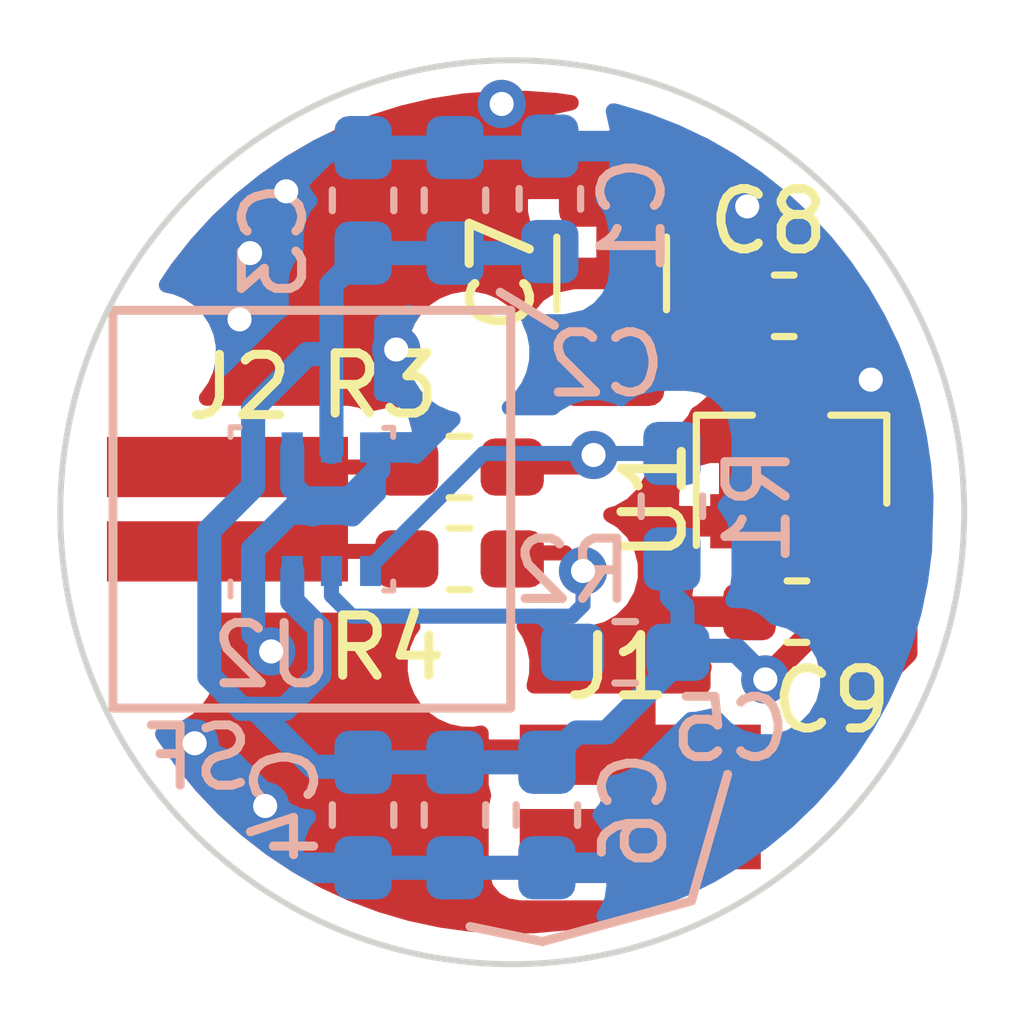
<source format=kicad_pcb>
(kicad_pcb (version 20190605) (host pcbnew "(5.1.0-1220-ga833aeeac)")

  (general
    (thickness 1.5)
    (drawings 5)
    (tracks 99)
    (modules 18)
    (nets 8)
  )

  (page "A4")
  (layers
    (0 "F.Cu" signal)
    (31 "B.Cu" signal)
    (32 "B.Adhes" user)
    (33 "F.Adhes" user)
    (34 "B.Paste" user)
    (35 "F.Paste" user)
    (36 "B.SilkS" user)
    (37 "F.SilkS" user)
    (38 "B.Mask" user)
    (39 "F.Mask" user)
    (40 "Dwgs.User" user)
    (41 "Cmts.User" user)
    (42 "Eco1.User" user)
    (43 "Eco2.User" user)
    (44 "Edge.Cuts" user)
    (45 "Margin" user)
    (46 "B.CrtYd" user)
    (47 "F.CrtYd" user)
    (48 "B.Fab" user hide)
    (49 "F.Fab" user hide)
  )

  (setup
    (last_trace_width 0.4)
    (user_trace_width 0.4)
    (trace_clearance 0.2)
    (zone_clearance 0.508)
    (zone_45_only no)
    (trace_min 0.2)
    (via_size 0.8)
    (via_drill 0.4)
    (via_min_size 0.4)
    (via_min_drill 0.3)
    (uvia_size 0.3)
    (uvia_drill 0.1)
    (uvias_allowed no)
    (uvia_min_size 0.2)
    (uvia_min_drill 0.1)
    (max_error 0.005)
    (defaults
      (edge_clearance 0.01)
      (edge_cuts_line_width 0.1)
      (courtyard_line_width 0.05)
      (copper_line_width 0.2)
      (copper_text_dims (size 1.5 1.5) (thickness 0.3) keep_upright)
      (silk_line_width 0.15)
      (silk_text_dims (size 1 1) (thickness 0.15) keep_upright)
      (other_layers_line_width 0.1)
      (other_layers_text_dims (size 1 1) (thickness 0.15) keep_upright)
    )
    (pad_size 1.524 1.524)
    (pad_drill 0.762)
    (pad_to_mask_clearance 0)
    (aux_axis_origin 0 0)
    (visible_elements FFFFFF7F)
    (pcbplotparams
      (layerselection 0x010fc_ffffffff)
      (usegerberextensions false)
      (usegerberattributes false)
      (usegerberadvancedattributes false)
      (creategerberjobfile false)
      (excludeedgelayer true)
      (linewidth 0.160000)
      (plotframeref false)
      (viasonmask false)
      (mode 1)
      (useauxorigin false)
      (hpglpennumber 1)
      (hpglpenspeed 20)
      (hpglpendiameter 15.000000)
      (psnegative false)
      (psa4output false)
      (plotreference true)
      (plotvalue true)
      (plotinvisibletext false)
      (padsonsilk false)
      (subtractmaskfromsilk false)
      (outputformat 1)
      (mirror false)
      (drillshape 1)
      (scaleselection 1)
      (outputdirectory ""))
  )

  (net 0 "")
  (net 1 "+3V3")
  (net 2 "GND")
  (net 3 "+5V")
  (net 4 "Net-(R1-Pad2)")
  (net 5 "Net-(R2-Pad2)")
  (net 6 "Net-(J2-Pad1)")
  (net 7 "Net-(J2-Pad2)")

  (net_class "Default" "This is the default net class."
    (clearance 0.2)
    (trace_width 0.25)
    (via_dia 0.8)
    (via_drill 0.4)
    (uvia_dia 0.3)
    (uvia_drill 0.1)
    (add_net "+3V3")
    (add_net "+5V")
    (add_net "GND")
    (add_net "Net-(J2-Pad1)")
    (add_net "Net-(J2-Pad2)")
    (add_net "Net-(R1-Pad2)")
    (add_net "Net-(R2-Pad2)")
  )

  (module "Project:SENSIRION-SF2" locked (layer "B.Cu") (tedit 5D225228) (tstamp 5D22782B)
    (at 127.675 128.45)
    (fp_text reference "SF" (at -1.9 4.125 180) (layer "B.SilkS")
      (effects (font (size 1 1) (thickness 0.15)) (justify mirror))
    )
    (fp_text value "SF2-CAP" (at 0.4 6.2) (layer "B.Fab") hide
      (effects (font (size 1 1) (thickness 0.15)) (justify mirror))
    )
    (fp_line (start -3.2 -3.2) (end -3.2 3.2) (layer "B.CrtYd") (width 0.02))
    (fp_line (start 3.2 -3.2) (end -3.2 -3.2) (layer "B.CrtYd") (width 0.02))
    (fp_line (start -3.2 3.2) (end 3.2 3.2) (layer "B.CrtYd") (width 0.02))
    (fp_line (start 3.2 3.2) (end 3.2 -3.2) (layer "B.CrtYd") (width 0.02))
    (fp_line (start -3.3 3.1) (end -3.3 -3.1) (layer "B.SilkS") (width 0.15))
    (fp_line (start -3.3 -3.1) (end -3.3 -3.3) (layer "B.SilkS") (width 0.15))
    (fp_line (start -3.3 -3.3) (end 3.3 -3.3) (layer "B.SilkS") (width 0.15))
    (fp_line (start 3.3 -3.3) (end 3.3 3.3) (layer "B.SilkS") (width 0.15))
    (fp_line (start 3.3 3.3) (end -3.3 3.3) (layer "B.SilkS") (width 0.15))
    (fp_line (start -3.3 3.3) (end -3.3 3.1) (layer "B.SilkS") (width 0.15))
    (fp_line (start 2 2) (end 2 -2) (layer "B.CrtYd") (width 0.02))
    (fp_line (start -2 2) (end -2 -2) (layer "B.CrtYd") (width 0.02))
    (fp_line (start -2 -2) (end 2 -2) (layer "B.CrtYd") (width 0.02))
    (fp_line (start -2 2) (end 2 2) (layer "B.CrtYd") (width 0.02))
    (pad "" np_thru_hole circle (at -2.6 2.6) (size 1 1) (drill 1) (layers *.Cu *.Mask))
    (pad "" np_thru_hole circle (at 2.6 2.6) (size 1 1) (drill 1) (layers *.Cu *.Mask))
    (pad "" np_thru_hole circle (at -2.6 -2.6) (size 1 1) (drill 1) (layers *.Cu *.Mask))
    (pad "" np_thru_hole circle (at 2.6 -2.6) (size 1 1) (drill 1) (layers *.Cu *.Mask))
    (model "${KIPRJMOD}/3d/SF2.STEP"
      (at (xyz 0 0 0))
      (scale (xyz 1 1 1))
      (rotate (xyz -90 0 0))
    )
  )

  (module "Package_LGA:Bosch_LGA-8_2.5x2.5mm_P0.65mm_ClockwisePinNumbering" (layer "B.Cu") (tedit 5A0FA816) (tstamp 5D2278A2)
    (at 127.675 128.45)
    (descr "LGA-8")
    (tags "lga land grid array")
    (path "/5D1BAFA4")
    (attr smd)
    (fp_text reference "U2" (at -0.65 2.425) (layer "B.SilkS")
      (effects (font (size 1 1) (thickness 0.15)) (justify mirror))
    )
    (fp_text value "BME280" (at 0.015 -2.535) (layer "B.Fab")
      (effects (font (size 1 1) (thickness 0.15)) (justify mirror))
    )
    (fp_text user "%R" (at 0.1 0.25 -180) (layer "B.Fab")
      (effects (font (size 0.5 0.5) (thickness 0.075)) (justify mirror))
    )
    (fp_line (start -1.35 -1.36) (end -1.2 -1.36) (layer "B.SilkS") (width 0.1))
    (fp_line (start -1.25 0.5) (end -0.5 1.25) (layer "B.Fab") (width 0.1))
    (fp_line (start -1.35 -1.35) (end -1.35 -1.2) (layer "B.SilkS") (width 0.1))
    (fp_line (start 1.35 -1.35) (end 1.35 -1.2) (layer "B.SilkS") (width 0.1))
    (fp_line (start 1.35 -1.35) (end 1.2 -1.35) (layer "B.SilkS") (width 0.1))
    (fp_line (start 1.2 1.35) (end 1.35 1.35) (layer "B.SilkS") (width 0.1))
    (fp_line (start 1.35 1.35) (end 1.35 1.2) (layer "B.SilkS") (width 0.1))
    (fp_line (start -1.35 1.2) (end -1.35 1.45) (layer "B.SilkS") (width 0.1))
    (fp_line (start -1.25 -1.25) (end -1.25 0.5) (layer "B.Fab") (width 0.1))
    (fp_line (start -0.5 1.25) (end 1.25 1.25) (layer "B.Fab") (width 0.1))
    (fp_line (start 1.25 1.25) (end 1.25 -1.25) (layer "B.Fab") (width 0.1))
    (fp_line (start 1.25 -1.25) (end -1.25 -1.25) (layer "B.Fab") (width 0.1))
    (fp_line (start -1.41 -1.54) (end -1.41 1.54) (layer "B.CrtYd") (width 0.05))
    (fp_line (start -1.41 1.54) (end 1.41 1.54) (layer "B.CrtYd") (width 0.05))
    (fp_line (start 1.41 1.54) (end 1.41 -1.54) (layer "B.CrtYd") (width 0.05))
    (fp_line (start 1.41 -1.54) (end -1.41 -1.54) (layer "B.CrtYd") (width 0.05))
    (pad "5" smd rect (at 0.975 -1.025 270) (size 0.5 0.35) (layers "B.Cu" "B.Paste" "B.Mask")
      (net 2 "GND"))
    (pad "6" smd rect (at 0.325 -1.025 270) (size 0.5 0.35) (layers "B.Cu" "B.Paste" "B.Mask")
      (net 1 "+3V3"))
    (pad "7" smd rect (at -0.325 -1.025 270) (size 0.5 0.35) (layers "B.Cu" "B.Paste" "B.Mask")
      (net 2 "GND"))
    (pad "8" smd rect (at -0.975 -1.025 270) (size 0.5 0.35) (layers "B.Cu" "B.Paste" "B.Mask")
      (net 1 "+3V3"))
    (pad "1" smd rect (at -0.975 1.025 270) (size 0.5 0.35) (layers "B.Cu" "B.Paste" "B.Mask")
      (net 2 "GND"))
    (pad "2" smd rect (at -0.325 1.025 270) (size 0.5 0.35) (layers "B.Cu" "B.Paste" "B.Mask")
      (net 1 "+3V3"))
    (pad "3" smd rect (at 0.325 1.025 270) (size 0.5 0.35) (layers "B.Cu" "B.Paste" "B.Mask")
      (net 5 "Net-(R2-Pad2)"))
    (pad "4" smd rect (at 0.975 1.025 270) (size 0.5 0.35) (layers "B.Cu" "B.Paste" "B.Mask")
      (net 4 "Net-(R1-Pad2)"))
    (model "${KISYS3DMOD}/Package_LGA.3dshapes/Bosch_LGA-8_2.5x2.5mm_P0.65mm_ClockwisePinNumbering.wrl"
      (offset (xyz 0.01500000025472259 -0.03500000059435272 0))
      (scale (xyz 1 1 1))
      (rotate (xyz 0 0 0))
    )
  )

  (module "Package_TO_SOT_SMD:SOT-23" (layer "F.Cu") (tedit 5A02FF57) (tstamp 5D22C4A6)
    (at 135.635356 127.65 90)
    (descr "SOT-23, Standard")
    (tags "SOT-23")
    (path "/5D1D7A46")
    (attr smd)
    (fp_text reference "U1" (at -0.65 -2.285356 90) (layer "F.SilkS")
      (effects (font (size 1 1) (thickness 0.15)))
    )
    (fp_text value "XC6206P332MR" (at 0 2.5 90) (layer "F.Fab")
      (effects (font (size 1 1) (thickness 0.15)))
    )
    (fp_text user "%R" (at 0 0) (layer "F.Fab")
      (effects (font (size 0.5 0.5) (thickness 0.075)))
    )
    (fp_line (start -0.7 -0.95) (end -0.7 1.5) (layer "F.Fab") (width 0.1))
    (fp_line (start -0.15 -1.52) (end 0.7 -1.52) (layer "F.Fab") (width 0.1))
    (fp_line (start -0.7 -0.95) (end -0.15 -1.52) (layer "F.Fab") (width 0.1))
    (fp_line (start 0.7 -1.52) (end 0.7 1.52) (layer "F.Fab") (width 0.1))
    (fp_line (start -0.7 1.52) (end 0.7 1.52) (layer "F.Fab") (width 0.1))
    (fp_line (start 0.76 1.58) (end 0.76 0.65) (layer "F.SilkS") (width 0.12))
    (fp_line (start 0.76 -1.58) (end 0.76 -0.65) (layer "F.SilkS") (width 0.12))
    (fp_line (start -1.7 -1.75) (end 1.7 -1.75) (layer "F.CrtYd") (width 0.05))
    (fp_line (start 1.7 -1.75) (end 1.7 1.75) (layer "F.CrtYd") (width 0.05))
    (fp_line (start 1.7 1.75) (end -1.7 1.75) (layer "F.CrtYd") (width 0.05))
    (fp_line (start -1.7 1.75) (end -1.7 -1.75) (layer "F.CrtYd") (width 0.05))
    (fp_line (start 0.76 -1.58) (end -1.4 -1.58) (layer "F.SilkS") (width 0.12))
    (fp_line (start 0.76 1.58) (end -0.7 1.58) (layer "F.SilkS") (width 0.12))
    (pad "3" smd rect (at 1 0 90) (size 0.9 0.8) (layers "F.Cu" "F.Paste" "F.Mask")
      (net 3 "+5V"))
    (pad "2" smd rect (at -1 0.95 90) (size 0.9 0.8) (layers "F.Cu" "F.Paste" "F.Mask")
      (net 1 "+3V3"))
    (pad "1" smd rect (at -1 -0.95 90) (size 0.9 0.8) (layers "F.Cu" "F.Paste" "F.Mask")
      (net 2 "GND"))
    (model "${KISYS3DMOD}/Package_TO_SOT_SMD.3dshapes/SOT-23.wrl"
      (at (xyz 0 0 0))
      (scale (xyz 1 1 1))
      (rotate (xyz 0 0 0))
    )
  )

  (module "Resistor_SMD:R_0603_1608Metric_Pad1.05x0.95mm_HandSolder" (layer "F.Cu") (tedit 5B301BBD) (tstamp 5D2268A4)
    (at 130.125 129.275)
    (descr "Resistor SMD 0603 (1608 Metric), square (rectangular) end terminal, IPC_7351 nominal with elongated pad for handsoldering. (Body size source: http://www.tortai-tech.com/upload/download/2011102023233369053.pdf), generated with kicad-footprint-generator")
    (tags "resistor handsolder")
    (path "/5D233361")
    (attr smd)
    (fp_text reference "R4" (at -1.2 1.475 -180) (layer "F.SilkS")
      (effects (font (size 1 1) (thickness 0.15)))
    )
    (fp_text value "TERM" (at 0 1.43 -180) (layer "F.Fab")
      (effects (font (size 1 1) (thickness 0.15)))
    )
    (fp_line (start -0.8 0.4) (end -0.8 -0.4) (layer "F.Fab") (width 0.1))
    (fp_line (start -0.8 -0.4) (end 0.8 -0.4) (layer "F.Fab") (width 0.1))
    (fp_line (start 0.8 -0.4) (end 0.8 0.4) (layer "F.Fab") (width 0.1))
    (fp_line (start 0.8 0.4) (end -0.8 0.4) (layer "F.Fab") (width 0.1))
    (fp_line (start -0.171267 -0.51) (end 0.171267 -0.51) (layer "F.SilkS") (width 0.12))
    (fp_line (start -0.171267 0.51) (end 0.171267 0.51) (layer "F.SilkS") (width 0.12))
    (fp_line (start -1.65 0.73) (end -1.65 -0.73) (layer "F.CrtYd") (width 0.05))
    (fp_line (start -1.65 -0.73) (end 1.65 -0.73) (layer "F.CrtYd") (width 0.05))
    (fp_line (start 1.65 -0.73) (end 1.65 0.73) (layer "F.CrtYd") (width 0.05))
    (fp_line (start 1.65 0.73) (end -1.65 0.73) (layer "F.CrtYd") (width 0.05))
    (fp_text user "%R" (at 0 0 -180) (layer "F.Fab")
      (effects (font (size 0.4 0.4) (thickness 0.06)))
    )
    (pad "2" smd roundrect (at 0.875 0) (size 1.05 0.95) (layers "F.Cu" "F.Paste" "F.Mask") (roundrect_rratio 0.25)
      (net 5 "Net-(R2-Pad2)"))
    (pad "1" smd roundrect (at -0.875 0) (size 1.05 0.95) (layers "F.Cu" "F.Paste" "F.Mask") (roundrect_rratio 0.25)
      (net 7 "Net-(J2-Pad2)"))
    (model "${KISYS3DMOD}/Resistor_SMD.3dshapes/R_0603_1608Metric.wrl"
      (at (xyz 0 0 0))
      (scale (xyz 1 1 1))
      (rotate (xyz 0 0 0))
    )
  )

  (module "Resistor_SMD:R_0603_1608Metric_Pad1.05x0.95mm_HandSolder" (layer "F.Cu") (tedit 5B301BBD) (tstamp 5D225374)
    (at 130.125 127.75)
    (descr "Resistor SMD 0603 (1608 Metric), square (rectangular) end terminal, IPC_7351 nominal with elongated pad for handsoldering. (Body size source: http://www.tortai-tech.com/upload/download/2011102023233369053.pdf), generated with kicad-footprint-generator")
    (tags "resistor handsolder")
    (path "/5D232416")
    (attr smd)
    (fp_text reference "R3" (at -1.325 -1.35 180) (layer "F.SilkS")
      (effects (font (size 1 1) (thickness 0.15)))
    )
    (fp_text value "TERM" (at 0 1.43 180) (layer "F.Fab")
      (effects (font (size 1 1) (thickness 0.15)))
    )
    (fp_line (start -0.8 0.4) (end -0.8 -0.4) (layer "F.Fab") (width 0.1))
    (fp_line (start -0.8 -0.4) (end 0.8 -0.4) (layer "F.Fab") (width 0.1))
    (fp_line (start 0.8 -0.4) (end 0.8 0.4) (layer "F.Fab") (width 0.1))
    (fp_line (start 0.8 0.4) (end -0.8 0.4) (layer "F.Fab") (width 0.1))
    (fp_line (start -0.171267 -0.51) (end 0.171267 -0.51) (layer "F.SilkS") (width 0.12))
    (fp_line (start -0.171267 0.51) (end 0.171267 0.51) (layer "F.SilkS") (width 0.12))
    (fp_line (start -1.65 0.73) (end -1.65 -0.73) (layer "F.CrtYd") (width 0.05))
    (fp_line (start -1.65 -0.73) (end 1.65 -0.73) (layer "F.CrtYd") (width 0.05))
    (fp_line (start 1.65 -0.73) (end 1.65 0.73) (layer "F.CrtYd") (width 0.05))
    (fp_line (start 1.65 0.73) (end -1.65 0.73) (layer "F.CrtYd") (width 0.05))
    (fp_text user "%R" (at 0 0 180) (layer "F.Fab")
      (effects (font (size 0.4 0.4) (thickness 0.06)))
    )
    (pad "2" smd roundrect (at 0.875 0) (size 1.05 0.95) (layers "F.Cu" "F.Paste" "F.Mask") (roundrect_rratio 0.25)
      (net 4 "Net-(R1-Pad2)"))
    (pad "1" smd roundrect (at -0.875 0) (size 1.05 0.95) (layers "F.Cu" "F.Paste" "F.Mask") (roundrect_rratio 0.25)
      (net 6 "Net-(J2-Pad1)"))
    (model "${KISYS3DMOD}/Resistor_SMD.3dshapes/R_0603_1608Metric.wrl"
      (at (xyz 0 0 0))
      (scale (xyz 1 1 1))
      (rotate (xyz 0 0 0))
    )
  )

  (module "Resistor_SMD:R_0603_1608Metric_Pad1.05x0.95mm_HandSolder" (layer "B.Cu") (tedit 5B301BBD) (tstamp 5D227AA8)
    (at 132.875 130.825 180)
    (descr "Resistor SMD 0603 (1608 Metric), square (rectangular) end terminal, IPC_7351 nominal with elongated pad for handsoldering. (Body size source: http://www.tortai-tech.com/upload/download/2011102023233369053.pdf), generated with kicad-footprint-generator")
    (tags "resistor handsolder")
    (path "/5D1D152B")
    (attr smd)
    (fp_text reference "R2" (at 0.875 1.35) (layer "B.SilkS")
      (effects (font (size 1 1) (thickness 0.15)) (justify mirror))
    )
    (fp_text value "4K7" (at 0 -1.43) (layer "B.Fab")
      (effects (font (size 1 1) (thickness 0.15)) (justify mirror))
    )
    (fp_line (start -0.8 -0.4) (end -0.8 0.4) (layer "B.Fab") (width 0.1))
    (fp_line (start -0.8 0.4) (end 0.8 0.4) (layer "B.Fab") (width 0.1))
    (fp_line (start 0.8 0.4) (end 0.8 -0.4) (layer "B.Fab") (width 0.1))
    (fp_line (start 0.8 -0.4) (end -0.8 -0.4) (layer "B.Fab") (width 0.1))
    (fp_line (start -0.171267 0.51) (end 0.171267 0.51) (layer "B.SilkS") (width 0.12))
    (fp_line (start -0.171267 -0.51) (end 0.171267 -0.51) (layer "B.SilkS") (width 0.12))
    (fp_line (start -1.65 -0.73) (end -1.65 0.73) (layer "B.CrtYd") (width 0.05))
    (fp_line (start -1.65 0.73) (end 1.65 0.73) (layer "B.CrtYd") (width 0.05))
    (fp_line (start 1.65 0.73) (end 1.65 -0.73) (layer "B.CrtYd") (width 0.05))
    (fp_line (start 1.65 -0.73) (end -1.65 -0.73) (layer "B.CrtYd") (width 0.05))
    (fp_text user "%R" (at 0 0) (layer "B.Fab")
      (effects (font (size 0.4 0.4) (thickness 0.06)) (justify mirror))
    )
    (pad "2" smd roundrect (at 0.875 0 180) (size 1.05 0.95) (layers "B.Cu" "B.Paste" "B.Mask") (roundrect_rratio 0.25)
      (net 5 "Net-(R2-Pad2)"))
    (pad "1" smd roundrect (at -0.875 0 180) (size 1.05 0.95) (layers "B.Cu" "B.Paste" "B.Mask") (roundrect_rratio 0.25)
      (net 1 "+3V3"))
    (model "${KISYS3DMOD}/Resistor_SMD.3dshapes/R_0603_1608Metric.wrl"
      (at (xyz 0 0 0))
      (scale (xyz 1 1 1))
      (rotate (xyz 0 0 0))
    )
  )

  (module "Resistor_SMD:R_0603_1608Metric_Pad1.05x0.95mm_HandSolder" (layer "B.Cu") (tedit 5B301BBD) (tstamp 5D226871)
    (at 133.65 128.400001 90)
    (descr "Resistor SMD 0603 (1608 Metric), square (rectangular) end terminal, IPC_7351 nominal with elongated pad for handsoldering. (Body size source: http://www.tortai-tech.com/upload/download/2011102023233369053.pdf), generated with kicad-footprint-generator")
    (tags "resistor handsolder")
    (path "/5D1D11F7")
    (attr smd)
    (fp_text reference "R1" (at 0 1.425 90) (layer "B.SilkS")
      (effects (font (size 1 1) (thickness 0.15)) (justify mirror))
    )
    (fp_text value "4K7" (at 0 -1.43 90) (layer "B.Fab")
      (effects (font (size 1 1) (thickness 0.15)) (justify mirror))
    )
    (fp_line (start -0.8 -0.4) (end -0.8 0.4) (layer "B.Fab") (width 0.1))
    (fp_line (start -0.8 0.4) (end 0.8 0.4) (layer "B.Fab") (width 0.1))
    (fp_line (start 0.8 0.4) (end 0.8 -0.4) (layer "B.Fab") (width 0.1))
    (fp_line (start 0.8 -0.4) (end -0.8 -0.4) (layer "B.Fab") (width 0.1))
    (fp_line (start -0.171267 0.51) (end 0.171267 0.51) (layer "B.SilkS") (width 0.12))
    (fp_line (start -0.171267 -0.51) (end 0.171267 -0.51) (layer "B.SilkS") (width 0.12))
    (fp_line (start -1.65 -0.73) (end -1.65 0.73) (layer "B.CrtYd") (width 0.05))
    (fp_line (start -1.65 0.73) (end 1.65 0.73) (layer "B.CrtYd") (width 0.05))
    (fp_line (start 1.65 0.73) (end 1.65 -0.73) (layer "B.CrtYd") (width 0.05))
    (fp_line (start 1.65 -0.73) (end -1.65 -0.73) (layer "B.CrtYd") (width 0.05))
    (fp_text user "%R" (at 0 0 90) (layer "B.Fab")
      (effects (font (size 0.4 0.4) (thickness 0.06)) (justify mirror))
    )
    (pad "2" smd roundrect (at 0.875 0 90) (size 1.05 0.95) (layers "B.Cu" "B.Paste" "B.Mask") (roundrect_rratio 0.25)
      (net 4 "Net-(R1-Pad2)"))
    (pad "1" smd roundrect (at -0.875 0 90) (size 1.05 0.95) (layers "B.Cu" "B.Paste" "B.Mask") (roundrect_rratio 0.25)
      (net 1 "+3V3"))
    (model "${KISYS3DMOD}/Resistor_SMD.3dshapes/R_0603_1608Metric.wrl"
      (at (xyz 0 0 0))
      (scale (xyz 1 1 1))
      (rotate (xyz 0 0 0))
    )
  )

  (module "Capacitor_SMD:C_0603_1608Metric" (layer "F.Cu") (tedit 5B301BBE) (tstamp 5D22683C)
    (at 135.725 130.15 180)
    (descr "Capacitor SMD 0603 (1608 Metric), square (rectangular) end terminal, IPC_7351 nominal, (Body size source: http://www.tortai-tech.com/upload/download/2011102023233369053.pdf), generated with kicad-footprint-generator")
    (tags "capacitor")
    (path "/5D1DC642")
    (attr smd)
    (fp_text reference "C9" (at -0.575 -1.475) (layer "F.SilkS")
      (effects (font (size 1 1) (thickness 0.15)))
    )
    (fp_text value "1u" (at 0 1.43) (layer "F.Fab")
      (effects (font (size 1 1) (thickness 0.15)))
    )
    (fp_line (start -0.8 0.4) (end -0.8 -0.4) (layer "F.Fab") (width 0.1))
    (fp_line (start -0.8 -0.4) (end 0.8 -0.4) (layer "F.Fab") (width 0.1))
    (fp_line (start 0.8 -0.4) (end 0.8 0.4) (layer "F.Fab") (width 0.1))
    (fp_line (start 0.8 0.4) (end -0.8 0.4) (layer "F.Fab") (width 0.1))
    (fp_line (start -0.162779 -0.51) (end 0.162779 -0.51) (layer "F.SilkS") (width 0.12))
    (fp_line (start -0.162779 0.51) (end 0.162779 0.51) (layer "F.SilkS") (width 0.12))
    (fp_line (start -1.48 0.73) (end -1.48 -0.73) (layer "F.CrtYd") (width 0.05))
    (fp_line (start -1.48 -0.73) (end 1.48 -0.73) (layer "F.CrtYd") (width 0.05))
    (fp_line (start 1.48 -0.73) (end 1.48 0.73) (layer "F.CrtYd") (width 0.05))
    (fp_line (start 1.48 0.73) (end -1.48 0.73) (layer "F.CrtYd") (width 0.05))
    (fp_text user "%R" (at 0 0) (layer "F.Fab")
      (effects (font (size 0.4 0.4) (thickness 0.06)))
    )
    (pad "2" smd roundrect (at 0.7875 0 180) (size 0.875 0.95) (layers "F.Cu" "F.Paste" "F.Mask") (roundrect_rratio 0.25)
      (net 2 "GND"))
    (pad "1" smd roundrect (at -0.7875 0 180) (size 0.875 0.95) (layers "F.Cu" "F.Paste" "F.Mask") (roundrect_rratio 0.25)
      (net 1 "+3V3"))
    (model "${KISYS3DMOD}/Capacitor_SMD.3dshapes/C_0603_1608Metric.wrl"
      (at (xyz 0 0 0))
      (scale (xyz 1 1 1))
      (rotate (xyz 0 0 0))
    )
  )

  (module "Capacitor_SMD:C_0603_1608Metric" (layer "F.Cu") (tedit 5B301BBE) (tstamp 5D227FE7)
    (at 135.512501 125.075)
    (descr "Capacitor SMD 0603 (1608 Metric), square (rectangular) end terminal, IPC_7351 nominal, (Body size source: http://www.tortai-tech.com/upload/download/2011102023233369053.pdf), generated with kicad-footprint-generator")
    (tags "capacitor")
    (path "/5D205816")
    (attr smd)
    (fp_text reference "C8" (at -0.262501 -1.4) (layer "F.SilkS")
      (effects (font (size 1 1) (thickness 0.15)))
    )
    (fp_text value "1u" (at 0 1.43) (layer "F.Fab")
      (effects (font (size 1 1) (thickness 0.15)))
    )
    (fp_line (start -0.8 0.4) (end -0.8 -0.4) (layer "F.Fab") (width 0.1))
    (fp_line (start -0.8 -0.4) (end 0.8 -0.4) (layer "F.Fab") (width 0.1))
    (fp_line (start 0.8 -0.4) (end 0.8 0.4) (layer "F.Fab") (width 0.1))
    (fp_line (start 0.8 0.4) (end -0.8 0.4) (layer "F.Fab") (width 0.1))
    (fp_line (start -0.162779 -0.51) (end 0.162779 -0.51) (layer "F.SilkS") (width 0.12))
    (fp_line (start -0.162779 0.51) (end 0.162779 0.51) (layer "F.SilkS") (width 0.12))
    (fp_line (start -1.48 0.73) (end -1.48 -0.73) (layer "F.CrtYd") (width 0.05))
    (fp_line (start -1.48 -0.73) (end 1.48 -0.73) (layer "F.CrtYd") (width 0.05))
    (fp_line (start 1.48 -0.73) (end 1.48 0.73) (layer "F.CrtYd") (width 0.05))
    (fp_line (start 1.48 0.73) (end -1.48 0.73) (layer "F.CrtYd") (width 0.05))
    (fp_text user "%R" (at 0 0) (layer "F.Fab")
      (effects (font (size 0.4 0.4) (thickness 0.06)))
    )
    (pad "2" smd roundrect (at 0.7875 0) (size 0.875 0.95) (layers "F.Cu" "F.Paste" "F.Mask") (roundrect_rratio 0.25)
      (net 2 "GND"))
    (pad "1" smd roundrect (at -0.7875 0) (size 0.875 0.95) (layers "F.Cu" "F.Paste" "F.Mask") (roundrect_rratio 0.25)
      (net 3 "+5V"))
    (model "${KISYS3DMOD}/Capacitor_SMD.3dshapes/C_0603_1608Metric.wrl"
      (at (xyz 0 0 0))
      (scale (xyz 1 1 1))
      (rotate (xyz 0 0 0))
    )
  )

  (module "Capacitor_SMD:C_1206_3216Metric_Pad1.42x1.75mm_HandSolder" (layer "F.Cu") (tedit 5B301BBE) (tstamp 5D227FA7)
    (at 132.65 124.5375 90)
    (descr "Capacitor SMD 1206 (3216 Metric), square (rectangular) end terminal, IPC_7351 nominal with elongated pad for handsoldering. (Body size source: http://www.tortai-tech.com/upload/download/2011102023233369053.pdf), generated with kicad-footprint-generator")
    (tags "capacitor handsolder")
    (path "/5D1DBF41")
    (attr smd)
    (fp_text reference "C7" (at 0 -1.82 90) (layer "F.SilkS")
      (effects (font (size 1 1) (thickness 0.15)))
    )
    (fp_text value "10u" (at 0 1.82 90) (layer "F.Fab")
      (effects (font (size 1 1) (thickness 0.15)))
    )
    (fp_line (start -1.6 0.8) (end -1.6 -0.8) (layer "F.Fab") (width 0.1))
    (fp_line (start -1.6 -0.8) (end 1.6 -0.8) (layer "F.Fab") (width 0.1))
    (fp_line (start 1.6 -0.8) (end 1.6 0.8) (layer "F.Fab") (width 0.1))
    (fp_line (start 1.6 0.8) (end -1.6 0.8) (layer "F.Fab") (width 0.1))
    (fp_line (start -0.602064 -0.91) (end 0.602064 -0.91) (layer "F.SilkS") (width 0.12))
    (fp_line (start -0.602064 0.91) (end 0.602064 0.91) (layer "F.SilkS") (width 0.12))
    (fp_line (start -2.45 1.12) (end -2.45 -1.12) (layer "F.CrtYd") (width 0.05))
    (fp_line (start -2.45 -1.12) (end 2.45 -1.12) (layer "F.CrtYd") (width 0.05))
    (fp_line (start 2.45 -1.12) (end 2.45 1.12) (layer "F.CrtYd") (width 0.05))
    (fp_line (start 2.45 1.12) (end -2.45 1.12) (layer "F.CrtYd") (width 0.05))
    (fp_text user "%R" (at 0 0 90) (layer "F.Fab")
      (effects (font (size 0.8 0.8) (thickness 0.12)))
    )
    (pad "2" smd roundrect (at 1.4875 0 90) (size 1.425 1.75) (layers "F.Cu" "F.Paste" "F.Mask") (roundrect_rratio 0.175439)
      (net 2 "GND"))
    (pad "1" smd roundrect (at -1.4875 0 90) (size 1.425 1.75) (layers "F.Cu" "F.Paste" "F.Mask") (roundrect_rratio 0.175439)
      (net 3 "+5V"))
    (model "${KISYS3DMOD}/Capacitor_SMD.3dshapes/C_1206_3216Metric.wrl"
      (at (xyz 0 0 0))
      (scale (xyz 1 1 1))
      (rotate (xyz 0 0 0))
    )
  )

  (module "Capacitor_SMD:C_0603_1608Metric_Pad1.05x0.95mm_HandSolder" (layer "B.Cu") (tedit 5B301BBE) (tstamp 5D226809)
    (at 131.575 133.525 270)
    (descr "Capacitor SMD 0603 (1608 Metric), square (rectangular) end terminal, IPC_7351 nominal with elongated pad for handsoldering. (Body size source: http://www.tortai-tech.com/upload/download/2011102023233369053.pdf), generated with kicad-footprint-generator")
    (tags "capacitor handsolder")
    (path "/5D1C6982")
    (attr smd)
    (fp_text reference "C6" (at -0.075 -1.45 270) (layer "B.SilkS")
      (effects (font (size 1 1) (thickness 0.15)) (justify mirror))
    )
    (fp_text value "1u" (at 0 -1.43 270) (layer "B.Fab")
      (effects (font (size 1 1) (thickness 0.15)) (justify mirror))
    )
    (fp_line (start -0.8 -0.4) (end -0.8 0.4) (layer "B.Fab") (width 0.1))
    (fp_line (start -0.8 0.4) (end 0.8 0.4) (layer "B.Fab") (width 0.1))
    (fp_line (start 0.8 0.4) (end 0.8 -0.4) (layer "B.Fab") (width 0.1))
    (fp_line (start 0.8 -0.4) (end -0.8 -0.4) (layer "B.Fab") (width 0.1))
    (fp_line (start -0.171267 0.51) (end 0.171267 0.51) (layer "B.SilkS") (width 0.12))
    (fp_line (start -0.171267 -0.51) (end 0.171267 -0.51) (layer "B.SilkS") (width 0.12))
    (fp_line (start -1.65 -0.73) (end -1.65 0.73) (layer "B.CrtYd") (width 0.05))
    (fp_line (start -1.65 0.73) (end 1.65 0.73) (layer "B.CrtYd") (width 0.05))
    (fp_line (start 1.65 0.73) (end 1.65 -0.73) (layer "B.CrtYd") (width 0.05))
    (fp_line (start 1.65 -0.73) (end -1.65 -0.73) (layer "B.CrtYd") (width 0.05))
    (fp_text user "%R" (at 0 0 270) (layer "B.Fab")
      (effects (font (size 0.4 0.4) (thickness 0.06)) (justify mirror))
    )
    (pad "2" smd roundrect (at 0.875 0 270) (size 1.05 0.95) (layers "B.Cu" "B.Paste" "B.Mask") (roundrect_rratio 0.25)
      (net 2 "GND"))
    (pad "1" smd roundrect (at -0.875 0 270) (size 1.05 0.95) (layers "B.Cu" "B.Paste" "B.Mask") (roundrect_rratio 0.25)
      (net 1 "+3V3"))
    (model "${KISYS3DMOD}/Capacitor_SMD.3dshapes/C_0603_1608Metric.wrl"
      (at (xyz 0 0 0))
      (scale (xyz 1 1 1))
      (rotate (xyz 0 0 0))
    )
  )

  (module "Capacitor_SMD:C_0603_1608Metric_Pad1.05x0.95mm_HandSolder" (layer "B.Cu") (tedit 5B301BBE) (tstamp 5D227AFC)
    (at 130.05 133.525 270)
    (descr "Capacitor SMD 0603 (1608 Metric), square (rectangular) end terminal, IPC_7351 nominal with elongated pad for handsoldering. (Body size source: http://www.tortai-tech.com/upload/download/2011102023233369053.pdf), generated with kicad-footprint-generator")
    (tags "capacitor handsolder")
    (path "/5D1C6988")
    (attr smd)
    (fp_text reference "C5" (at -1.425 -4.575) (layer "B.SilkS")
      (effects (font (size 1 1) (thickness 0.15)) (justify mirror))
    )
    (fp_text value "100n" (at 0 -1.43 90) (layer "B.Fab")
      (effects (font (size 1 1) (thickness 0.15)) (justify mirror))
    )
    (fp_line (start -0.8 -0.4) (end -0.8 0.4) (layer "B.Fab") (width 0.1))
    (fp_line (start -0.8 0.4) (end 0.8 0.4) (layer "B.Fab") (width 0.1))
    (fp_line (start 0.8 0.4) (end 0.8 -0.4) (layer "B.Fab") (width 0.1))
    (fp_line (start 0.8 -0.4) (end -0.8 -0.4) (layer "B.Fab") (width 0.1))
    (fp_line (start -0.171267 0.51) (end 0.171267 0.51) (layer "B.SilkS") (width 0.12))
    (fp_line (start -0.171267 -0.51) (end 0.171267 -0.51) (layer "B.SilkS") (width 0.12))
    (fp_line (start -1.65 -0.73) (end -1.65 0.73) (layer "B.CrtYd") (width 0.05))
    (fp_line (start -1.65 0.73) (end 1.65 0.73) (layer "B.CrtYd") (width 0.05))
    (fp_line (start 1.65 0.73) (end 1.65 -0.73) (layer "B.CrtYd") (width 0.05))
    (fp_line (start 1.65 -0.73) (end -1.65 -0.73) (layer "B.CrtYd") (width 0.05))
    (fp_text user "%R" (at 0 0 90) (layer "B.Fab")
      (effects (font (size 0.4 0.4) (thickness 0.06)) (justify mirror))
    )
    (pad "2" smd roundrect (at 0.875 0 270) (size 1.05 0.95) (layers "B.Cu" "B.Paste" "B.Mask") (roundrect_rratio 0.25)
      (net 2 "GND"))
    (pad "1" smd roundrect (at -0.875 0 270) (size 1.05 0.95) (layers "B.Cu" "B.Paste" "B.Mask") (roundrect_rratio 0.25)
      (net 1 "+3V3"))
    (model "${KISYS3DMOD}/Capacitor_SMD.3dshapes/C_0603_1608Metric.wrl"
      (at (xyz 0 0 0))
      (scale (xyz 1 1 1))
      (rotate (xyz 0 0 0))
    )
  )

  (module "Capacitor_SMD:C_0603_1608Metric_Pad1.05x0.95mm_HandSolder" (layer "B.Cu") (tedit 5B301BBE) (tstamp 5D22858C)
    (at 128.525 133.525 270)
    (descr "Capacitor SMD 0603 (1608 Metric), square (rectangular) end terminal, IPC_7351 nominal with elongated pad for handsoldering. (Body size source: http://www.tortai-tech.com/upload/download/2011102023233369053.pdf), generated with kicad-footprint-generator")
    (tags "capacitor handsolder")
    (path "/5D1C698E")
    (attr smd)
    (fp_text reference "C4" (at -0.175 1.275 90) (layer "B.SilkS")
      (effects (font (size 1 1) (thickness 0.15)) (justify mirror))
    )
    (fp_text value "10n" (at 0 -1.43 90) (layer "B.Fab")
      (effects (font (size 1 1) (thickness 0.15)) (justify mirror))
    )
    (fp_line (start -0.8 -0.4) (end -0.8 0.4) (layer "B.Fab") (width 0.1))
    (fp_line (start -0.8 0.4) (end 0.8 0.4) (layer "B.Fab") (width 0.1))
    (fp_line (start 0.8 0.4) (end 0.8 -0.4) (layer "B.Fab") (width 0.1))
    (fp_line (start 0.8 -0.4) (end -0.8 -0.4) (layer "B.Fab") (width 0.1))
    (fp_line (start -0.171267 0.51) (end 0.171267 0.51) (layer "B.SilkS") (width 0.12))
    (fp_line (start -0.171267 -0.51) (end 0.171267 -0.51) (layer "B.SilkS") (width 0.12))
    (fp_line (start -1.65 -0.73) (end -1.65 0.73) (layer "B.CrtYd") (width 0.05))
    (fp_line (start -1.65 0.73) (end 1.65 0.73) (layer "B.CrtYd") (width 0.05))
    (fp_line (start 1.65 0.73) (end 1.65 -0.73) (layer "B.CrtYd") (width 0.05))
    (fp_line (start 1.65 -0.73) (end -1.65 -0.73) (layer "B.CrtYd") (width 0.05))
    (fp_text user "%R" (at 0 0 90) (layer "B.Fab")
      (effects (font (size 0.4 0.4) (thickness 0.06)) (justify mirror))
    )
    (pad "2" smd roundrect (at 0.875 0 270) (size 1.05 0.95) (layers "B.Cu" "B.Paste" "B.Mask") (roundrect_rratio 0.25)
      (net 2 "GND"))
    (pad "1" smd roundrect (at -0.875 0 270) (size 1.05 0.95) (layers "B.Cu" "B.Paste" "B.Mask") (roundrect_rratio 0.25)
      (net 1 "+3V3"))
    (model "${KISYS3DMOD}/Capacitor_SMD.3dshapes/C_0603_1608Metric.wrl"
      (at (xyz 0 0 0))
      (scale (xyz 1 1 1))
      (rotate (xyz 0 0 0))
    )
  )

  (module "Capacitor_SMD:C_0603_1608Metric_Pad1.05x0.95mm_HandSolder" (layer "B.Cu") (tedit 5B301BBE) (tstamp 5D2267D6)
    (at 128.525 123.324999 90)
    (descr "Capacitor SMD 0603 (1608 Metric), square (rectangular) end terminal, IPC_7351 nominal with elongated pad for handsoldering. (Body size source: http://www.tortai-tech.com/upload/download/2011102023233369053.pdf), generated with kicad-footprint-generator")
    (tags "capacitor handsolder")
    (path "/5D1C29C8")
    (attr smd)
    (fp_text reference "C3" (at -0.675001 -1.475 90) (layer "B.SilkS")
      (effects (font (size 1 1) (thickness 0.15)) (justify mirror))
    )
    (fp_text value "10n" (at 0 -1.43 90) (layer "B.Fab")
      (effects (font (size 1 1) (thickness 0.15)) (justify mirror))
    )
    (fp_line (start -0.8 -0.4) (end -0.8 0.4) (layer "B.Fab") (width 0.1))
    (fp_line (start -0.8 0.4) (end 0.8 0.4) (layer "B.Fab") (width 0.1))
    (fp_line (start 0.8 0.4) (end 0.8 -0.4) (layer "B.Fab") (width 0.1))
    (fp_line (start 0.8 -0.4) (end -0.8 -0.4) (layer "B.Fab") (width 0.1))
    (fp_line (start -0.171267 0.51) (end 0.171267 0.51) (layer "B.SilkS") (width 0.12))
    (fp_line (start -0.171267 -0.51) (end 0.171267 -0.51) (layer "B.SilkS") (width 0.12))
    (fp_line (start -1.65 -0.73) (end -1.65 0.73) (layer "B.CrtYd") (width 0.05))
    (fp_line (start -1.65 0.73) (end 1.65 0.73) (layer "B.CrtYd") (width 0.05))
    (fp_line (start 1.65 0.73) (end 1.65 -0.73) (layer "B.CrtYd") (width 0.05))
    (fp_line (start 1.65 -0.73) (end -1.65 -0.73) (layer "B.CrtYd") (width 0.05))
    (fp_text user "%R" (at 0 0 90) (layer "B.Fab")
      (effects (font (size 0.4 0.4) (thickness 0.06)) (justify mirror))
    )
    (pad "2" smd roundrect (at 0.875 0 90) (size 1.05 0.95) (layers "B.Cu" "B.Paste" "B.Mask") (roundrect_rratio 0.25)
      (net 2 "GND"))
    (pad "1" smd roundrect (at -0.875 0 90) (size 1.05 0.95) (layers "B.Cu" "B.Paste" "B.Mask") (roundrect_rratio 0.25)
      (net 1 "+3V3"))
    (model "${KISYS3DMOD}/Capacitor_SMD.3dshapes/C_0603_1608Metric.wrl"
      (at (xyz 0 0 0))
      (scale (xyz 1 1 1))
      (rotate (xyz 0 0 0))
    )
  )

  (module "Capacitor_SMD:C_0603_1608Metric_Pad1.05x0.95mm_HandSolder" (layer "B.Cu") (tedit 5B301BBE) (tstamp 5D2267C5)
    (at 130.05 123.324999 90)
    (descr "Capacitor SMD 0603 (1608 Metric), square (rectangular) end terminal, IPC_7351 nominal with elongated pad for handsoldering. (Body size source: http://www.tortai-tech.com/upload/download/2011102023233369053.pdf), generated with kicad-footprint-generator")
    (tags "capacitor handsolder")
    (path "/5D1C2FDD")
    (attr smd)
    (fp_text reference "C2" (at -2.725001 2.5 180) (layer "B.SilkS")
      (effects (font (size 1 1) (thickness 0.15)) (justify mirror))
    )
    (fp_text value "100n" (at 0 -1.43 90) (layer "B.Fab")
      (effects (font (size 1 1) (thickness 0.15)) (justify mirror))
    )
    (fp_line (start -0.8 -0.4) (end -0.8 0.4) (layer "B.Fab") (width 0.1))
    (fp_line (start -0.8 0.4) (end 0.8 0.4) (layer "B.Fab") (width 0.1))
    (fp_line (start 0.8 0.4) (end 0.8 -0.4) (layer "B.Fab") (width 0.1))
    (fp_line (start 0.8 -0.4) (end -0.8 -0.4) (layer "B.Fab") (width 0.1))
    (fp_line (start -0.171267 0.51) (end 0.171267 0.51) (layer "B.SilkS") (width 0.12))
    (fp_line (start -0.171267 -0.51) (end 0.171267 -0.51) (layer "B.SilkS") (width 0.12))
    (fp_line (start -1.65 -0.73) (end -1.65 0.73) (layer "B.CrtYd") (width 0.05))
    (fp_line (start -1.65 0.73) (end 1.65 0.73) (layer "B.CrtYd") (width 0.05))
    (fp_line (start 1.65 0.73) (end 1.65 -0.73) (layer "B.CrtYd") (width 0.05))
    (fp_line (start 1.65 -0.73) (end -1.65 -0.73) (layer "B.CrtYd") (width 0.05))
    (fp_text user "%R" (at 0 0 90) (layer "B.Fab")
      (effects (font (size 0.4 0.4) (thickness 0.06)) (justify mirror))
    )
    (pad "2" smd roundrect (at 0.875 0 90) (size 1.05 0.95) (layers "B.Cu" "B.Paste" "B.Mask") (roundrect_rratio 0.25)
      (net 2 "GND"))
    (pad "1" smd roundrect (at -0.875 0 90) (size 1.05 0.95) (layers "B.Cu" "B.Paste" "B.Mask") (roundrect_rratio 0.25)
      (net 1 "+3V3"))
    (model "${KISYS3DMOD}/Capacitor_SMD.3dshapes/C_0603_1608Metric.wrl"
      (at (xyz 0 0 0))
      (scale (xyz 1 1 1))
      (rotate (xyz 0 0 0))
    )
  )

  (module "Capacitor_SMD:C_0603_1608Metric_Pad1.05x0.95mm_HandSolder" (layer "B.Cu") (tedit 5B301BBE) (tstamp 5D226B72)
    (at 131.625 123.3 90)
    (descr "Capacitor SMD 0603 (1608 Metric), square (rectangular) end terminal, IPC_7351 nominal with elongated pad for handsoldering. (Body size source: http://www.tortai-tech.com/upload/download/2011102023233369053.pdf), generated with kicad-footprint-generator")
    (tags "capacitor handsolder")
    (path "/5D1C345F")
    (attr smd)
    (fp_text reference "C1" (at -0.275 1.375 90) (layer "B.SilkS")
      (effects (font (size 1 1) (thickness 0.15)) (justify mirror))
    )
    (fp_text value "1u" (at 0 -1.43 90) (layer "B.Fab")
      (effects (font (size 1 1) (thickness 0.15)) (justify mirror))
    )
    (fp_line (start -0.8 -0.4) (end -0.8 0.4) (layer "B.Fab") (width 0.1))
    (fp_line (start -0.8 0.4) (end 0.8 0.4) (layer "B.Fab") (width 0.1))
    (fp_line (start 0.8 0.4) (end 0.8 -0.4) (layer "B.Fab") (width 0.1))
    (fp_line (start 0.8 -0.4) (end -0.8 -0.4) (layer "B.Fab") (width 0.1))
    (fp_line (start -0.171267 0.51) (end 0.171267 0.51) (layer "B.SilkS") (width 0.12))
    (fp_line (start -0.171267 -0.51) (end 0.171267 -0.51) (layer "B.SilkS") (width 0.12))
    (fp_line (start -1.65 -0.73) (end -1.65 0.73) (layer "B.CrtYd") (width 0.05))
    (fp_line (start -1.65 0.73) (end 1.65 0.73) (layer "B.CrtYd") (width 0.05))
    (fp_line (start 1.65 0.73) (end 1.65 -0.73) (layer "B.CrtYd") (width 0.05))
    (fp_line (start 1.65 -0.73) (end -1.65 -0.73) (layer "B.CrtYd") (width 0.05))
    (fp_text user "%R" (at 0 0 90) (layer "B.Fab")
      (effects (font (size 0.4 0.4) (thickness 0.06)) (justify mirror))
    )
    (pad "2" smd roundrect (at 0.875 0 90) (size 1.05 0.95) (layers "B.Cu" "B.Paste" "B.Mask") (roundrect_rratio 0.25)
      (net 2 "GND"))
    (pad "1" smd roundrect (at -0.875 0 90) (size 1.05 0.95) (layers "B.Cu" "B.Paste" "B.Mask") (roundrect_rratio 0.25)
      (net 1 "+3V3"))
    (model "${KISYS3DMOD}/Capacitor_SMD.3dshapes/C_0603_1608Metric.wrl"
      (at (xyz 0 0 0))
      (scale (xyz 1 1 1))
      (rotate (xyz 0 0 0))
    )
  )

  (module "Project:PAD_2" (layer "F.Cu") (tedit 5D223274) (tstamp 5D22BB33)
    (at 126.275 128.45 270)
    (path "/5D249525")
    (fp_text reference "J2" (at -2.025 -0.2 180) (layer "F.SilkS")
      (effects (font (size 1 1) (thickness 0.15)))
    )
    (fp_text value "Conn_01x02" (at 0 -4.5 90) (layer "F.Fab")
      (effects (font (size 1 1) (thickness 0.15)))
    )
    (fp_line (start -1.2 -2) (end -1.2 2) (layer "F.CrtYd") (width 0.02))
    (fp_line (start -1.2 2) (end -0.2 2) (layer "F.CrtYd") (width 0.02))
    (fp_line (start -0.2 2) (end -0.2 -2) (layer "F.CrtYd") (width 0.02))
    (fp_line (start -0.2 -2) (end -1.2 -2) (layer "F.CrtYd") (width 0.02))
    (fp_line (start 1.2 2) (end 1.2 -2) (layer "F.CrtYd") (width 0.02))
    (fp_line (start 0.2 2) (end 1.2 2) (layer "F.CrtYd") (width 0.02))
    (fp_line (start 1.2 -2) (end 0.2 -2) (layer "F.CrtYd") (width 0.02))
    (fp_line (start 0.2 -2) (end 0.2 2) (layer "F.CrtYd") (width 0.02))
    (pad "2" smd rect (at 0.7 0) (size 4 1) (layers "F.Cu" "F.Paste" "F.Mask")
      (net 7 "Net-(J2-Pad2)"))
    (pad "1" smd rect (at -0.7 0) (size 4 1) (layers "F.Cu" "F.Paste" "F.Mask")
      (net 6 "Net-(J2-Pad1)"))
  )

  (module "Project:PAD_2" (layer "F.Cu") (tedit 5D223274) (tstamp 5D22684E)
    (at 133.125 133.225 90)
    (path "/5D248956")
    (fp_text reference "J1" (at 2.15 -0.375 180) (layer "F.SilkS")
      (effects (font (size 1 1) (thickness 0.15)))
    )
    (fp_text value "Conn_01x02" (at 0 -4.5 90) (layer "F.Fab")
      (effects (font (size 1 1) (thickness 0.15)))
    )
    (fp_line (start -1.2 -2) (end -1.2 2) (layer "F.CrtYd") (width 0.02))
    (fp_line (start -1.2 2) (end -0.2 2) (layer "F.CrtYd") (width 0.02))
    (fp_line (start -0.2 2) (end -0.2 -2) (layer "F.CrtYd") (width 0.02))
    (fp_line (start -0.2 -2) (end -1.2 -2) (layer "F.CrtYd") (width 0.02))
    (fp_line (start 1.2 2) (end 1.2 -2) (layer "F.CrtYd") (width 0.02))
    (fp_line (start 0.2 2) (end 1.2 2) (layer "F.CrtYd") (width 0.02))
    (fp_line (start 1.2 -2) (end 0.2 -2) (layer "F.CrtYd") (width 0.02))
    (fp_line (start 0.2 -2) (end 0.2 2) (layer "F.CrtYd") (width 0.02))
    (pad "2" smd rect (at 0.7 0 180) (size 4 1) (layers "F.Cu" "F.Paste" "F.Mask")
      (net 2 "GND"))
    (pad "1" smd rect (at -0.7 0 180) (size 4 1) (layers "F.Cu" "F.Paste" "F.Mask")
      (net 3 "+5V"))
  )

  (gr_line (start 133.975 134.95) (end 134.575 132.85) (layer "B.SilkS") (width 0.15))
  (gr_line (start 131.5 135.625) (end 133.975 134.95) (layer "B.SilkS") (width 0.15))
  (gr_line (start 130.3 135.375) (end 131.5 135.625) (layer "B.SilkS") (width 0.15))
  (gr_line (start 130.8 124.85) (end 131.7 125.4) (layer "B.SilkS") (width 0.15))
  (gr_circle (center 131 128.5) (end 138.5 128.5) (layer "Edge.Cuts") (width 0.1))

  (via (at 129.075 125.8) (size 0.8) (drill 0.4) (layers "F.Cu" "B.Cu") (net 2))
  (via (at 130.825 121.725) (size 0.8) (drill 0.4) (layers "F.Cu" "B.Cu") (net 2))
  (via (at 126.475 125.3) (size 0.8) (drill 0.4) (layers "F.Cu" "B.Cu") (net 2))
  (via (at 134.9 123.425) (size 0.8) (drill 0.4) (layers "F.Cu" "B.Cu") (net 2))
  (via (at 136.95 126.3) (size 0.8) (drill 0.4) (layers "F.Cu" "B.Cu") (net 2))
  (via (at 126.65 124.2) (size 0.8) (drill 0.4) (layers "F.Cu" "B.Cu") (net 2))
  (via (at 126.9 133.375) (size 0.8) (drill 0.4) (layers "F.Cu" "B.Cu") (net 2))
  (segment (start 131.675 134.4) (end 131.675 134.425) (width 0.4) (layer "B.Cu") (net 2))
  (segment (start 131.65 134.375) (end 131.675 134.4) (width 0.4) (layer "B.Cu") (net 2))
  (segment (start 131.625 134.4) (end 131.65 134.375) (width 0.4) (layer "B.Cu") (net 2))
  (segment (start 128.525 134.4) (end 131.625 134.4) (width 0.4) (layer "B.Cu") (net 2))
  (via (at 125.73 132.334) (size 0.8) (drill 0.4) (layers "F.Cu" "B.Cu") (net 2))
  (segment (start 131.550001 122.449999) (end 131.572 122.428) (width 0.4) (layer "B.Cu") (net 2))
  (segment (start 128.525 122.449999) (end 131.550001 122.449999) (width 0.4) (layer "B.Cu") (net 2))
  (segment (start 126.514496 131.7625) (end 126.7375 131.7625) (width 0.4) (layer "B.Cu") (net 1))
  (segment (start 126.7 128.075) (end 125.975001 128.799999) (width 0.4) (layer "B.Cu") (net 1))
  (segment (start 127.35 129.475) (end 127.35 129.975996) (width 0.4) (layer "B.Cu") (net 1))
  (segment (start 128 129.475) (end 128 129.88352) (width 0.25) (layer "B.Cu") (net 5))
  (segment (start 126.7 127.425) (end 126.7 128.075) (width 0.4) (layer "B.Cu") (net 1))
  (via (at 127 130.81) (size 0.8) (drill 0.4) (layers "F.Cu" "B.Cu") (net 2))
  (segment (start 128.341479 130.224999) (end 131.474999 130.224999) (width 0.25) (layer "B.Cu") (net 5))
  (segment (start 127.231504 131.7625) (end 126.7375 131.7625) (width 0.4) (layer "B.Cu") (net 1))
  (segment (start 127.35 129.975996) (end 127.800002 130.425998) (width 0.4) (layer "B.Cu") (net 1))
  (segment (start 127.800002 130.425998) (end 127.800002 131.194002) (width 0.4) (layer "B.Cu") (net 1))
  (segment (start 128 129.88352) (end 128.341479 130.224999) (width 0.25) (layer "B.Cu") (net 5))
  (segment (start 127.800002 131.194002) (end 127.231504 131.7625) (width 0.4) (layer "B.Cu") (net 1))
  (segment (start 125.975001 131.223005) (end 126.514496 131.7625) (width 0.4) (layer "B.Cu") (net 1))
  (segment (start 125.975001 128.799999) (end 125.975001 131.223005) (width 0.4) (layer "B.Cu") (net 1))
  (segment (start 126.7 129.475) (end 126.7 130.51) (width 0.4) (layer "B.Cu") (net 2))
  (segment (start 126.7 130.51) (end 127 130.81) (width 0.4) (layer "B.Cu") (net 2))
  (segment (start 126.7 129.115) (end 127.545 128.27) (width 0.4) (layer "B.Cu") (net 2))
  (segment (start 126.7 129.475) (end 126.7 129.115) (width 0.4) (layer "B.Cu") (net 2))
  (segment (start 128.778 127.792002) (end 128.778 127.508) (width 0.4) (layer "B.Cu") (net 2))
  (segment (start 127.545 128.27) (end 128.300002 128.27) (width 0.4) (layer "B.Cu") (net 2))
  (segment (start 128.300002 128.27) (end 128.778 127.792002) (width 0.4) (layer "B.Cu") (net 2))
  (segment (start 127.35 127.425) (end 127.35 128.075) (width 0.4) (layer "B.Cu") (net 2))
  (segment (start 127.35 128.075) (end 127.545 128.27) (width 0.4) (layer "B.Cu") (net 2))
  (segment (start 128 125.875) (end 128 127.5) (width 0.4) (layer "B.Cu") (net 1))
  (segment (start 128 124.724999) (end 128 125.875) (width 0.4) (layer "B.Cu") (net 1))
  (segment (start 126.7 127.425) (end 126.7 126.775) (width 0.4) (layer "B.Cu") (net 1))
  (segment (start 126.7 126.775) (end 127.6 125.875) (width 0.4) (layer "B.Cu") (net 1))
  (segment (start 127.6 125.875) (end 128 125.875) (width 0.4) (layer "B.Cu") (net 1))
  (segment (start 127.975001 122.449999) (end 127.25 123.175) (width 0.4) (layer "B.Cu") (net 2))
  (segment (start 128.525 122.449999) (end 127.975001 122.449999) (width 0.4) (layer "B.Cu") (net 2))
  (via (at 127.25 123.175) (size 0.8) (drill 0.4) (layers "F.Cu" "B.Cu") (net 2))
  (segment (start 133.875 130.8) (end 133.875 130.825) (width 0.4) (layer "B.Cu") (net 1))
  (segment (start 134.725 130.8) (end 133.875 130.8) (width 0.4) (layer "B.Cu") (net 1))
  (segment (start 135.2 131.275) (end 134.725 130.8) (width 0.4) (layer "B.Cu") (net 1))
  (segment (start 136.325 130.15) (end 135.2 131.275) (width 0.4) (layer "F.Cu") (net 1))
  (segment (start 136.5125 130.15) (end 136.325 130.15) (width 0.4) (layer "F.Cu") (net 1))
  (via (at 135.2 131.275) (size 0.8) (drill 0.4) (layers "F.Cu" "B.Cu") (net 1))
  (segment (start 126.7375 131.7625) (end 127.7 132.725) (width 0.4) (layer "B.Cu") (net 1))
  (segment (start 128.525 132.725) (end 128.525 132.75) (width 0.4) (layer "B.Cu") (net 1))
  (segment (start 127.7 132.725) (end 128.525 132.725) (width 0.4) (layer "B.Cu") (net 1))
  (segment (start 128.525 124.199999) (end 128 124.724999) (width 0.4) (layer "B.Cu") (net 1))
  (segment (start 131.675001 124.199999) (end 131.725 124.15) (width 0.4) (layer "B.Cu") (net 1))
  (segment (start 128.525 124.199999) (end 131.675001 124.199999) (width 0.4) (layer "B.Cu") (net 1))
  (segment (start 133.825 130.075001) (end 133.825 130.825) (width 0.4) (layer "B.Cu") (net 1))
  (segment (start 133.65 129.275001) (end 133.65 129.900001) (width 0.4) (layer "B.Cu") (net 1))
  (segment (start 133.65 129.900001) (end 133.825 130.075001) (width 0.4) (layer "B.Cu") (net 1))
  (segment (start 132.569812 132.155188) (end 133.825 130.9) (width 0.4) (layer "B.Cu") (net 1))
  (segment (start 131.575 132.65) (end 132.069812 132.155188) (width 0.4) (layer "B.Cu") (net 1))
  (segment (start 132.069812 132.155188) (end 132.569812 132.155188) (width 0.4) (layer "B.Cu") (net 1))
  (segment (start 128.525 132.65) (end 131.625 132.65) (width 0.4) (layer "B.Cu") (net 1))
  (segment (start 136.585356 130.089644) (end 136.55 130.125) (width 0.4) (layer "F.Cu") (net 1))
  (segment (start 136.585356 128.65) (end 136.585356 130.089644) (width 0.4) (layer "F.Cu") (net 1))
  (segment (start 133.125 134.05) (end 133.075 134) (width 0.4) (layer "F.Cu") (net 3))
  (segment (start 133.125 134.025) (end 133.125 134.05) (width 0.4) (layer "F.Cu") (net 3))
  (segment (start 133.125 134) (end 133.125 134.025) (width 0.4) (layer "F.Cu") (net 3))
  (segment (start 134.870002 134) (end 133.125 134) (width 0.4) (layer "F.Cu") (net 3))
  (segment (start 137.525 130.825) (end 135.525001 132.824999) (width 0.4) (layer "F.Cu") (net 3))
  (segment (start 137.525 128.019642) (end 137.525 130.825) (width 0.4) (layer "F.Cu") (net 3))
  (segment (start 135.525001 133.345001) (end 134.870002 134) (width 0.4) (layer "F.Cu") (net 3))
  (segment (start 135.525001 132.824999) (end 135.525001 133.345001) (width 0.4) (layer "F.Cu") (net 3))
  (segment (start 135.55 126.55) (end 136.055358 126.55) (width 0.4) (layer "F.Cu") (net 3))
  (segment (start 136.055358 126.55) (end 137.525 128.019642) (width 0.4) (layer "F.Cu") (net 3))
  (segment (start 135.55 126) (end 135.55 126.55) (width 0.4) (layer "F.Cu") (net 3))
  (segment (start 134.675 125.125) (end 135.55 126) (width 0.4) (layer "F.Cu") (net 3))
  (segment (start 133.675 126.125) (end 134.675 125.125) (width 0.4) (layer "F.Cu") (net 3))
  (segment (start 132.625 126.125) (end 133.675 126.125) (width 0.4) (layer "F.Cu") (net 3))
  (segment (start 129.225 129.15) (end 129.25 129.175) (width 0.25) (layer "F.Cu") (net 7))
  (segment (start 126.275 129.15) (end 129.225 129.15) (width 0.25) (layer "F.Cu") (net 7))
  (segment (start 129.2 127.75) (end 129.225 127.775) (width 0.25) (layer "F.Cu") (net 6))
  (segment (start 126.275 127.75) (end 129.2 127.75) (width 0.25) (layer "F.Cu") (net 6))
  (segment (start 132.175 129.475) (end 132.175 130.040685) (width 0.25) (layer "B.Cu") (net 5))
  (segment (start 132.175 130.040685) (end 131.990686 130.224999) (width 0.25) (layer "B.Cu") (net 5))
  (segment (start 131.990686 130.224999) (end 131.474999 130.224999) (width 0.25) (layer "B.Cu") (net 5))
  (segment (start 131.875 129.175) (end 132.175 129.475) (width 0.25) (layer "F.Cu") (net 5))
  (segment (start 131 129.175) (end 131.875 129.175) (width 0.25) (layer "F.Cu") (net 5))
  (via (at 132.175 129.475) (size 0.8) (drill 0.4) (layers "F.Cu" "B.Cu") (net 5))
  (segment (start 132.15 127.75) (end 132.35 127.55) (width 0.25) (layer "F.Cu") (net 4))
  (via (at 132.35 127.55) (size 0.8) (drill 0.4) (layers "F.Cu" "B.Cu") (net 4))
  (segment (start 131 127.75) (end 132.15 127.75) (width 0.25) (layer "F.Cu") (net 4))
  (segment (start 130.525 127.525) (end 133.525 127.525) (width 0.25) (layer "B.Cu") (net 4))
  (segment (start 131.474999 130.224999) (end 132 130.75) (width 0.25) (layer "B.Cu") (net 5))
  (segment (start 128.65 129.475) (end 128.65 129.4) (width 0.25) (layer "B.Cu") (net 4))
  (segment (start 128.65 129.4) (end 130.525 127.525) (width 0.25) (layer "B.Cu") (net 4))
  (segment (start 134.625 125.225) (end 134.625 125.125) (width 0.25) (layer "F.Cu") (net 3))
  (segment (start 132.625 126.125) (end 132.675 126.125) (width 0.25) (layer "F.Cu") (net 3))

  (zone (net 2) (net_name "GND") (layer "F.Cu") (tstamp 0) (hatch edge 0.508)
    (connect_pads (clearance 0.508))
    (min_thickness 0.254)
    (fill yes (thermal_gap 0.508) (thermal_bridge_width 0.508))
    (polygon
      (pts
        (xy 123 120.5) (xy 139 120.5) (xy 139 136.5) (xy 123 136.5)
      )
    )
    (filled_polygon
      (pts
        (xy 134.592519 127.1) (xy 134.596846 127.13287) (xy 134.665955 127.390789) (xy 134.69134 127.439553) (xy 134.806494 127.576788)
        (xy 134.840282 127.605139) (xy 134.844488 127.607568) (xy 134.823833 127.631405) (xy 134.812356 127.684163) (xy 134.812356 128.777)
        (xy 133.769519 128.777) (xy 133.700858 128.797161) (xy 133.653996 128.851242) (xy 133.642519 128.904) (xy 133.642519 129.1)
        (xy 133.646846 129.13287) (xy 133.715955 129.390789) (xy 133.74134 129.439553) (xy 133.856494 129.576788) (xy 133.890282 129.605139)
        (xy 133.910052 129.616553) (xy 133.900994 129.636386) (xy 133.89081 129.67107) (xy 133.861069 129.877925) (xy 133.859776 129.895999)
        (xy 133.859776 129.896) (xy 133.879937 129.964661) (xy 133.934018 130.011523) (xy 133.986776 130.023) (xy 135.0645 130.023)
        (xy 135.0645 130.229631) (xy 135.05014 130.243991) (xy 135.04759 130.244327) (xy 134.925653 130.277) (xy 133.986776 130.277)
        (xy 133.918115 130.297161) (xy 133.871253 130.351242) (xy 133.859776 130.404) (xy 133.859776 130.404001) (xy 133.862678 130.430997)
        (xy 133.929028 130.736004) (xy 133.946287 130.777669) (xy 134.059271 130.953476) (xy 134.082943 130.980795) (xy 134.183884 131.068261)
        (xy 134.169327 131.12259) (xy 134.165 131.15546) (xy 134.165 131.382163) (xy 133.379 131.382163) (xy 133.310339 131.402324)
        (xy 133.263477 131.456405) (xy 133.252 131.509163) (xy 133.252 132.652) (xy 130.609163 132.652) (xy 130.540502 132.672161)
        (xy 130.49364 132.726242) (xy 130.482163 132.779) (xy 130.482163 133.025) (xy 130.48649 133.05787) (xy 130.524692 133.200443)
        (xy 130.515201 133.22652) (xy 130.484092 133.402947) (xy 130.482163 133.425) (xy 130.482163 134.425) (xy 130.48649 134.45787)
        (xy 130.555599 134.715789) (xy 130.580984 134.764553) (xy 130.696138 134.901788) (xy 130.729926 134.930139) (xy 130.885073 135.019713)
        (xy 130.92652 135.034799) (xy 131.102947 135.065908) (xy 131.125 135.067837) (xy 133.002521 135.067837) (xy 132.88207 135.10709)
        (xy 132.381402 135.229603) (xy 131.872912 135.314238) (xy 131.359547 135.360507) (xy 130.844142 135.368153) (xy 130.329611 135.337134)
        (xy 129.818864 135.267624) (xy 129.314753 135.160012) (xy 128.820147 135.01491) (xy 128.337796 134.833127) (xy 127.870442 134.615692)
        (xy 127.420699 134.363823) (xy 126.991127 134.078956) (xy 126.584096 133.762662) (xy 126.201938 133.416749) (xy 125.846803 133.043168)
        (xy 125.520657 132.643987) (xy 125.225377 132.221498) (xy 125.200987 132.180339) (xy 125.369437 132.150636) (xy 125.393309 132.14397)
        (xy 125.577609 132.072485) (xy 125.599733 132.06131) (xy 125.766639 131.955388) (xy 125.78617 131.940128) (xy 125.929324 131.803805)
        (xy 125.945521 131.785041) (xy 126.059469 131.623508) (xy 126.071711 131.601958) (xy 126.152115 131.42137) (xy 126.159939 131.39785)
        (xy 126.203734 131.205083) (xy 126.206878 131.17872) (xy 126.210031 130.952934) (xy 126.207624 130.926493) (xy 126.169228 130.732578)
        (xy 126.162064 130.70885) (xy 126.086734 130.526087) (xy 126.075098 130.504202) (xy 125.965704 130.339551) (xy 125.950039 130.320344)
        (xy 125.922723 130.292837) (xy 128.275 130.292837) (xy 128.30787 130.28851) (xy 128.479193 130.242604) (xy 128.504993 130.259185)
        (xy 128.699994 130.348238) (xy 128.734677 130.358422) (xy 128.946868 130.388931) (xy 128.964942 130.390224) (xy 129.351137 130.390224)
        (xy 129.282619 130.490292) (xy 129.270679 130.512012) (xy 129.192805 130.693705) (xy 129.18531 130.717331) (xy 129.14421 130.910691)
        (xy 129.141447 130.935323) (xy 129.138687 131.132982) (xy 129.140761 131.157681) (xy 129.176446 131.352113) (xy 129.183279 131.375939)
        (xy 129.25605 131.559736) (xy 129.267379 131.581781) (xy 129.374463 131.747943) (xy 129.389859 131.767367) (xy 129.527178 131.909566)
        (xy 129.546053 131.925631) (xy 129.708377 132.038449) (xy 129.730014 132.050541) (xy 129.91116 132.129681) (xy 129.934732 132.13734)
        (xy 130.127799 132.179789) (xy 130.152411 132.182724) (xy 130.350047 132.186864) (xy 130.374761 132.184963) (xy 130.482163 132.166025)
        (xy 130.482163 132.271) (xy 130.502324 132.339661) (xy 130.556405 132.386523) (xy 130.609163 132.398) (xy 132.871 132.398)
        (xy 132.939661 132.377839) (xy 132.986523 132.323758) (xy 132.998 132.271) (xy 132.998 131.509163) (xy 132.977839 131.440502)
        (xy 132.923758 131.39364) (xy 132.871 131.382163) (xy 131.363503 131.382163) (xy 131.403734 131.205083) (xy 131.406878 131.17872)
        (xy 131.410031 130.952934) (xy 131.407624 130.926493) (xy 131.369228 130.732578) (xy 131.362064 130.70885) (xy 131.286734 130.526087)
        (xy 131.275098 130.504202) (xy 131.199371 130.390224) (xy 131.285058 130.390224) (xy 131.312054 130.387322) (xy 131.583073 130.328366)
        (xy 131.761025 130.431106) (xy 131.791655 130.443794) (xy 132.02259 130.505673) (xy 132.05546 130.51) (xy 132.29454 130.51)
        (xy 132.32741 130.505673) (xy 132.558345 130.443794) (xy 132.588975 130.431106) (xy 132.796025 130.311566) (xy 132.822328 130.291384)
        (xy 132.991384 130.122328) (xy 133.011566 130.096025) (xy 133.131106 129.888975) (xy 133.143794 129.858345) (xy 133.205673 129.62741)
        (xy 133.21 129.59454) (xy 133.21 129.35546) (xy 133.205673 129.32259) (xy 133.143794 129.091655) (xy 133.131106 129.061025)
        (xy 133.011566 128.853975) (xy 132.991384 128.827672) (xy 132.822328 128.658616) (xy 132.796025 128.638434) (xy 132.63462 128.545247)
        (xy 132.733345 128.518794) (xy 132.763975 128.506106) (xy 132.971025 128.386566) (xy 132.997328 128.366384) (xy 133.163712 128.2)
        (xy 133.642519 128.2) (xy 133.642519 128.396) (xy 133.66268 128.464661) (xy 133.716761 128.511523) (xy 133.769519 128.523)
        (xy 134.431356 128.523) (xy 134.500017 128.502839) (xy 134.546879 128.448758) (xy 134.558356 128.396) (xy 134.558356 127.684163)
        (xy 134.538195 127.615502) (xy 134.484114 127.56864) (xy 134.431356 127.557163) (xy 134.285356 127.557163) (xy 134.252486 127.56149)
        (xy 133.994568 127.630599) (xy 133.945804 127.655984) (xy 133.808568 127.771138) (xy 133.780217 127.804926) (xy 133.690643 127.960073)
        (xy 133.675557 128.00152) (xy 133.644448 128.177947) (xy 133.642519 128.2) (xy 133.163712 128.2) (xy 133.166384 128.197328)
        (xy 133.186566 128.171025) (xy 133.306106 127.963975) (xy 133.318794 127.933345) (xy 133.380673 127.70241) (xy 133.385 127.66954)
        (xy 133.385 127.43046) (xy 133.380673 127.39759) (xy 133.370433 127.359375) (xy 133.617548 127.305619) (xy 133.659214 127.28836)
        (xy 133.84258 127.170517) (xy 133.869898 127.146845) (xy 134.012637 126.982116) (xy 134.03218 126.951706) (xy 134.070902 126.866917)
        (xy 134.086346 126.858644) (xy 134.098101 126.849945) (xy 134.112937 126.8432) (xy 134.143273 126.823799) (xy 134.20308 126.772266)
        (xy 134.216728 126.762167) (xy 134.23099 126.749879) (xy 134.243001 126.737868) (xy 134.296909 126.691418) (xy 134.32058 126.664284)
        (xy 134.32794 126.652929) (xy 134.592519 126.38835)
      )
    )
    (filled_polygon
      (pts
        (xy 137.295337 125.749627) (xy 137.483841 126.2294) (xy 137.635836 126.721936) (xy 137.703119 127.016892) (xy 136.814578 126.128352)
        (xy 136.848505 126.120972) (xy 136.89017 126.103713) (xy 137.065977 125.990729) (xy 137.093296 125.967057) (xy 137.23015 125.809119)
        (xy 137.249693 125.77871) (xy 137.278714 125.715163)
      )
    )
    (filled_polygon
      (pts
        (xy 131.741946 121.670261) (xy 131.978496 121.704981) (xy 131.682452 121.769381) (xy 131.640786 121.78664) (xy 131.45742 121.904483)
        (xy 131.430102 121.928155) (xy 131.287363 122.092884) (xy 131.26782 122.123293) (xy 131.177273 122.321564) (xy 131.167089 122.356248)
        (xy 131.136069 122.571997) (xy 131.134776 122.590071) (xy 131.134776 122.796) (xy 131.154937 122.864661) (xy 131.209018 122.911523)
        (xy 131.261776 122.923) (xy 134.038224 122.923) (xy 134.106885 122.902839) (xy 134.153747 122.848758) (xy 134.165224 122.796)
        (xy 134.165224 122.590071) (xy 134.162322 122.563075) (xy 134.123348 122.383914) (xy 134.193433 122.417418) (xy 134.640508 122.673978)
        (xy 135.06708 122.963332) (xy 135.470766 123.283864) (xy 135.849286 123.633764) (xy 136.200497 124.011052) (xy 136.427001 124.294281)
        (xy 136.427001 125.202) (xy 136.173001 125.202) (xy 136.173001 124.094933) (xy 136.15284 124.026272) (xy 136.098759 123.97941)
        (xy 136.019005 123.970835) (xy 135.751497 124.029028) (xy 135.709832 124.046287) (xy 135.534025 124.159271) (xy 135.507781 124.18201)
        (xy 135.42162 124.107351) (xy 135.391211 124.087808) (xy 135.201115 124.000994) (xy 135.166431 123.99081) (xy 134.959576 123.961069)
        (xy 134.941502 123.959776) (xy 134.5085 123.959776) (xy 134.481504 123.962678) (xy 134.176497 124.029028) (xy 134.134832 124.046287)
        (xy 133.959025 124.159271) (xy 133.931706 124.182943) (xy 133.794852 124.340881) (xy 133.775309 124.37129) (xy 133.688495 124.561386)
        (xy 133.678311 124.59607) (xy 133.653831 124.76633) (xy 133.540936 124.714773) (xy 133.506252 124.704589) (xy 133.290503 124.673569)
        (xy 133.272429 124.672276) (xy 132.027571 124.672276) (xy 132.000575 124.675178) (xy 131.682452 124.744381) (xy 131.640786 124.76164)
        (xy 131.45742 124.879483) (xy 131.430102 124.903155) (xy 131.287363 125.067884) (xy 131.26782 125.098293) (xy 131.215056 125.213831)
        (xy 131.165704 125.139551) (xy 131.150039 125.120344) (xy 131.010748 124.980077) (xy 130.99165 124.964277) (xy 130.827767 124.853736)
        (xy 130.805963 124.841947) (xy 130.62373 124.765344) (xy 130.600053 124.758015) (xy 130.406411 124.718266) (xy 130.381761 124.715675)
        (xy 130.184087 124.714295) (xy 130.159403 124.716541) (xy 129.965226 124.753582) (xy 129.941448 124.760581) (xy 129.758163 124.834633)
        (xy 129.736197 124.846116) (xy 129.570786 124.954358) (xy 129.55147 124.969889) (xy 129.410234 125.108197) (xy 129.394301 125.127184)
        (xy 129.282619 125.290292) (xy 129.270679 125.312012) (xy 129.192805 125.493705) (xy 129.18531 125.517331) (xy 129.14421 125.710691)
        (xy 129.141447 125.735323) (xy 129.138687 125.932982) (xy 129.140761 125.957681) (xy 129.176446 126.152113) (xy 129.183279 126.175939)
        (xy 129.25605 126.359736) (xy 129.267379 126.381781) (xy 129.374463 126.547943) (xy 129.389859 126.567367) (xy 129.454955 126.634776)
        (xy 128.964942 126.634776) (xy 128.937946 126.637678) (xy 128.62507 126.70574) (xy 128.61182 126.711228) (xy 128.514927 126.655287)
        (xy 128.47348 126.640201) (xy 128.297053 126.609092) (xy 128.275 126.607163) (xy 125.925798 126.607163) (xy 125.929324 126.603805)
        (xy 125.945521 126.585041) (xy 126.059469 126.423508) (xy 126.071711 126.401958) (xy 126.152115 126.22137) (xy 126.159939 126.19785)
        (xy 126.203734 126.005083) (xy 126.206878 125.97872) (xy 126.210031 125.752934) (xy 126.207624 125.726493) (xy 126.169228 125.532578)
        (xy 126.162064 125.50885) (xy 126.086734 125.326087) (xy 126.075098 125.304202) (xy 125.965704 125.139551) (xy 125.950039 125.120344)
        (xy 125.810748 124.980077) (xy 125.79165 124.964277) (xy 125.627767 124.853736) (xy 125.605963 124.841947) (xy 125.42373 124.765344)
        (xy 125.400053 124.758015) (xy 125.26249 124.729777) (xy 125.442117 124.461961) (xy 125.760529 124.056604) (xy 126.108437 123.676263)
        (xy 126.48388 123.323082) (xy 126.507486 123.304) (xy 131.134776 123.304) (xy 131.134776 123.509929) (xy 131.137678 123.536925)
        (xy 131.206881 123.855048) (xy 131.22414 123.896714) (xy 131.341983 124.08008) (xy 131.365655 124.107398) (xy 131.530384 124.250137)
        (xy 131.560793 124.26968) (xy 131.759064 124.360227) (xy 131.793748 124.370411) (xy 132.009497 124.401431) (xy 132.027571 124.402724)
        (xy 132.396 124.402724) (xy 132.464661 124.382563) (xy 132.511523 124.328482) (xy 132.523 124.275724) (xy 132.523 123.304)
        (xy 132.777 123.304) (xy 132.777 124.275724) (xy 132.797161 124.344385) (xy 132.851242 124.391247) (xy 132.904 124.402724)
        (xy 133.272429 124.402724) (xy 133.299425 124.399822) (xy 133.617548 124.330619) (xy 133.659214 124.31336) (xy 133.84258 124.195517)
        (xy 133.869898 124.171845) (xy 134.012637 124.007116) (xy 134.03218 123.976707) (xy 134.122727 123.778436) (xy 134.132911 123.743752)
        (xy 134.163931 123.528003) (xy 134.165224 123.509929) (xy 134.165224 123.304) (xy 134.145063 123.235339) (xy 134.090982 123.188477)
        (xy 134.038224 123.177) (xy 132.904 123.177) (xy 132.835339 123.197161) (xy 132.788477 123.251242) (xy 132.777 123.304)
        (xy 132.523 123.304) (xy 132.502839 123.235339) (xy 132.448758 123.188477) (xy 132.396 123.177) (xy 131.261776 123.177)
        (xy 131.193115 123.197161) (xy 131.146253 123.251242) (xy 131.134776 123.304) (xy 126.507486 123.304) (xy 126.884761 122.999034)
        (xy 127.308789 122.70597) (xy 127.753613 122.445514) (xy 128.216705 122.219149) (xy 128.695481 122.028137) (xy 129.187205 121.873568)
        (xy 129.68916 121.756298) (xy 130.198479 121.676996) (xy 130.712319 121.636105) (xy 131.227774 121.633856)
      )
    )
  )
  (zone (net 2) (net_name "GND") (layer "B.Cu") (tstamp 0) (hatch edge 0.508)
    (connect_pads (clearance 0.508))
    (min_thickness 0.254)
    (fill yes (thermal_gap 0.508) (thermal_bridge_width 0.508))
    (polygon
      (pts
        (xy 122.5 120) (xy 139.5 120) (xy 139.5 137) (xy 122.5 137)
      )
    )
    (filled_polygon
      (pts
        (xy 132.754891 121.857998) (xy 133.247958 122.008274) (xy 133.728371 122.195097) (xy 134.193433 122.417418) (xy 134.640508 122.673978)
        (xy 135.06708 122.963332) (xy 135.470766 123.283864) (xy 135.849286 123.633764) (xy 136.200497 124.011052) (xy 136.522434 124.413614)
        (xy 136.813278 124.839177) (xy 137.071399 125.285356) (xy 137.295339 125.749633) (xy 137.483841 126.2294) (xy 137.635836 126.721936)
        (xy 137.750472 127.224477) (xy 137.827107 127.734219) (xy 137.865181 128.246552) (xy 137.840328 129.13628) (xy 137.773715 129.645688)
        (xy 137.668746 130.150346) (xy 137.526231 130.645723) (xy 137.346981 131.129001) (xy 137.131993 131.597497) (xy 136.882487 132.048545)
        (xy 136.599867 132.479613) (xy 136.285716 132.888282) (xy 135.941806 133.27225) (xy 135.570079 133.629348) (xy 135.172627 133.957564)
        (xy 134.751674 134.255064) (xy 134.309615 134.520155) (xy 133.848909 134.751363) (xy 133.372171 134.947373) (xy 132.88207 135.10709)
        (xy 132.522636 135.195043) (xy 132.539642 135.175417) (xy 132.559185 135.145007) (xy 132.648238 134.950006) (xy 132.658422 134.915323)
        (xy 132.688931 134.703132) (xy 132.690224 134.685058) (xy 132.690224 134.654) (xy 132.670063 134.585339) (xy 132.615982 134.538477)
        (xy 132.563224 134.527) (xy 131.448 134.527) (xy 131.448 134.273) (xy 132.563224 134.273) (xy 132.631885 134.252839)
        (xy 132.678747 134.198758) (xy 132.690224 134.146) (xy 132.690224 134.114942) (xy 132.687322 134.087946) (xy 132.61926 133.77507)
        (xy 132.602001 133.733405) (xy 132.486102 133.553062) (xy 132.46243 133.525743) (xy 132.456878 133.520932) (xy 132.539642 133.425417)
        (xy 132.559185 133.395007) (xy 132.648238 133.200006) (xy 132.658422 133.165323) (xy 132.684386 132.98474) (xy 132.722725 132.982362)
        (xy 132.757986 132.97506) (xy 132.772882 132.969682) (xy 132.788569 132.967436) (xy 132.823133 132.957328) (xy 132.884902 132.929243)
        (xy 132.948738 132.906198) (xy 132.981158 132.888832) (xy 132.992913 132.880133) (xy 133.007749 132.873388) (xy 133.038085 132.853987)
        (xy 133.097892 132.802454) (xy 133.11154 132.792355) (xy 133.125802 132.780067) (xy 133.137813 132.768056) (xy 133.191721 132.721606)
        (xy 133.215392 132.694472) (xy 133.222752 132.683117) (xy 133.965645 131.940224) (xy 134.035058 131.940224) (xy 134.062054 131.937322)
        (xy 134.350988 131.874468) (xy 134.363434 131.896025) (xy 134.383616 131.922328) (xy 134.552672 132.091384) (xy 134.578975 132.111566)
        (xy 134.786025 132.231106) (xy 134.816655 132.243794) (xy 135.04759 132.305673) (xy 135.08046 132.31) (xy 135.31954 132.31)
        (xy 135.35241 132.305673) (xy 135.583345 132.243794) (xy 135.613975 132.231106) (xy 135.821025 132.111566) (xy 135.847328 132.091384)
        (xy 136.016384 131.922328) (xy 136.036566 131.896025) (xy 136.156106 131.688975) (xy 136.168794 131.658345) (xy 136.230673 131.42741)
        (xy 136.235 131.39454) (xy 136.235 131.15546) (xy 136.230673 131.12259) (xy 136.168794 130.891655) (xy 136.156106 130.861025)
        (xy 136.036566 130.653975) (xy 136.016384 130.627672) (xy 135.847328 130.458616) (xy 135.821025 130.438434) (xy 135.613975 130.318894)
        (xy 135.583345 130.306206) (xy 135.357612 130.245721) (xy 135.353783 130.241222) (xy 135.296495 130.190627) (xy 135.279488 130.17362)
        (xy 135.265851 130.161798) (xy 135.252645 130.1519) (xy 135.201774 130.106973) (xy 135.171679 130.087204) (xy 135.157336 130.08047)
        (xy 135.144659 130.070969) (xy 135.113074 130.053676) (xy 135.049534 130.029857) (xy 134.988102 130.001014) (xy 134.952899 129.990369)
        (xy 134.93843 129.988207) (xy 134.923175 129.982488) (xy 134.888006 129.974756) (xy 134.80929 129.968907) (xy 134.792487 129.966395)
        (xy 134.773712 129.965) (xy 134.75673 129.965) (xy 134.685762 129.959726) (xy 134.660942 129.961418) (xy 134.723238 129.825008)
        (xy 134.733422 129.790324) (xy 134.763931 129.578133) (xy 134.765224 129.560059) (xy 134.765224 128.989943) (xy 134.762322 128.962947)
        (xy 134.69426 128.650071) (xy 134.677001 128.608406) (xy 134.561102 128.428063) (xy 134.53743 128.400744) (xy 134.531878 128.395933)
        (xy 134.614642 128.300418) (xy 134.634185 128.270008) (xy 134.723238 128.075007) (xy 134.733422 128.040324) (xy 134.763931 127.828133)
        (xy 134.765224 127.810059) (xy 134.765224 127.239943) (xy 134.762322 127.212947) (xy 134.69426 126.900071) (xy 134.677001 126.858406)
        (xy 134.561102 126.678063) (xy 134.53743 126.650744) (xy 134.375417 126.510359) (xy 134.345007 126.490816) (xy 134.150006 126.401763)
        (xy 134.115323 126.391579) (xy 133.903132 126.36107) (xy 133.885058 126.359777) (xy 133.414942 126.359777) (xy 133.387946 126.362679)
        (xy 133.07507 126.430741) (xy 133.033405 126.448) (xy 132.853062 126.563899) (xy 132.825743 126.587571) (xy 132.801495 126.615555)
        (xy 132.763974 126.593893) (xy 132.733345 126.581206) (xy 132.50241 126.519327) (xy 132.46954 126.515) (xy 132.23046 126.515)
        (xy 132.19759 126.519327) (xy 131.966655 126.581206) (xy 131.936025 126.593894) (xy 131.728975 126.713434) (xy 131.702672 126.733616)
        (xy 131.671288 126.765) (xy 130.951493 126.765) (xy 130.966639 126.755388) (xy 130.98617 126.740128) (xy 131.129324 126.603805)
        (xy 131.145521 126.585041) (xy 131.259469 126.423508) (xy 131.271711 126.401958) (xy 131.352115 126.22137) (xy 131.359939 126.19785)
        (xy 131.403734 126.005083) (xy 131.406878 125.97872) (xy 131.410031 125.752934) (xy 131.407624 125.726493) (xy 131.369228 125.532578)
        (xy 131.362064 125.50885) (xy 131.286998 125.326728) (xy 131.371868 125.338931) (xy 131.389942 125.340224) (xy 131.860058 125.340224)
        (xy 131.887054 125.337322) (xy 132.19993 125.26926) (xy 132.241595 125.252001) (xy 132.421938 125.136102) (xy 132.449257 125.11243)
        (xy 132.589642 124.950417) (xy 132.609185 124.920007) (xy 132.698238 124.725006) (xy 132.708422 124.690323) (xy 132.738931 124.478132)
        (xy 132.740224 124.460058) (xy 132.740224 123.889942) (xy 132.737322 123.862946) (xy 132.66926 123.55007) (xy 132.652001 123.508405)
        (xy 132.536102 123.328062) (xy 132.51243 123.300743) (xy 132.506878 123.295932) (xy 132.589642 123.200417) (xy 132.609185 123.170007)
        (xy 132.698238 122.975006) (xy 132.708422 122.940323) (xy 132.738931 122.728132) (xy 132.740224 122.710058) (xy 132.740224 122.679)
        (xy 132.720063 122.610339) (xy 132.665982 122.563477) (xy 132.613224 122.552) (xy 131.498 122.552) (xy 131.498 122.298)
        (xy 132.613224 122.298) (xy 132.681885 122.277839) (xy 132.728747 122.223758) (xy 132.740224 122.171) (xy 132.740224 122.139942)
        (xy 132.737322 122.112946) (xy 132.678113 121.840766)
      )
    )
    (filled_polygon
      (pts
        (xy 125.857919 132.286792) (xy 125.862376 132.293856) (xy 125.885713 132.321278) (xy 125.942993 132.371866) (xy 125.960007 132.38888)
        (xy 125.973645 132.400703) (xy 125.986853 132.410602) (xy 126.037721 132.455527) (xy 126.067815 132.475295) (xy 126.082159 132.48203)
        (xy 126.094838 132.491532) (xy 126.126421 132.508824) (xy 126.189966 132.532645) (xy 126.251394 132.561486) (xy 126.286596 132.572131)
        (xy 126.301066 132.574293) (xy 126.31632 132.580012) (xy 126.351488 132.587744) (xy 126.384314 132.590183) (xy 127.043423 133.249292)
        (xy 127.04788 133.256356) (xy 127.071217 133.283778) (xy 127.128497 133.334366) (xy 127.145511 133.35138) (xy 127.159149 133.363203)
        (xy 127.172357 133.373102) (xy 127.223225 133.418027) (xy 127.253319 133.437795) (xy 127.267663 133.44453) (xy 127.280342 133.454032)
        (xy 127.311925 133.471323) (xy 127.375463 133.495142) (xy 127.436898 133.523986) (xy 127.472102 133.534631) (xy 127.486567 133.536793)
        (xy 127.501823 133.542512) (xy 127.536992 133.550245) (xy 127.615731 133.556096) (xy 127.619247 133.556622) (xy 127.560358 133.624583)
        (xy 127.540815 133.654993) (xy 127.451762 133.849994) (xy 127.441578 133.884677) (xy 127.411069 134.096868) (xy 127.409776 134.114942)
        (xy 127.409776 134.146) (xy 127.429937 134.214661) (xy 127.484018 134.261523) (xy 127.536776 134.273) (xy 128.652 134.273)
        (xy 128.652 134.527) (xy 127.712071 134.527) (xy 127.420699 134.363823) (xy 126.991127 134.078956) (xy 126.584096 133.762662)
        (xy 126.201938 133.416749) (xy 125.846803 133.043168) (xy 125.520657 132.643987) (xy 125.225377 132.221498) (xy 125.200987 132.180339)
        (xy 125.369437 132.150636) (xy 125.393309 132.14397) (xy 125.577609 132.072485) (xy 125.599734 132.061309) (xy 125.61974 132.048613)
      )
    )
    (filled_polygon
      (pts
        (xy 126.810717 130.621576) (xy 126.822072 130.628936) (xy 126.965002 130.771865) (xy 126.965002 130.848134) (xy 126.885637 130.9275)
        (xy 126.860365 130.9275) (xy 126.810001 130.877136) (xy 126.810001 130.620951)
      )
    )
    (filled_polygon
      (pts
        (xy 128.777 128.169669) (xy 128.783476 128.191722) (xy 128.369153 128.606045) (xy 128.350262 128.611107) (xy 128.197053 128.584092)
        (xy 128.175 128.582163) (xy 127.825 128.582163) (xy 127.79213 128.586491) (xy 127.700263 128.611107) (xy 127.547053 128.584092)
        (xy 127.525 128.582163) (xy 127.366188 128.582163) (xy 127.393026 128.551775) (xy 127.412795 128.521681) (xy 127.419528 128.50734)
        (xy 127.429032 128.494659) (xy 127.446323 128.463076) (xy 127.470143 128.399535) (xy 127.498986 128.338102) (xy 127.505114 128.317837)
        (xy 127.525 128.317837) (xy 127.55787 128.313509) (xy 127.649737 128.288893) (xy 127.802947 128.315908) (xy 127.818262 128.317248)
        (xy 127.857887 128.329098) (xy 127.8935 128.334421) (xy 128.096299 128.33566) (xy 128.131974 128.330773) (xy 128.179147 128.317291)
        (xy 128.20787 128.313509) (xy 128.299737 128.288893) (xy 128.373947 128.301978) (xy 128.445066 128.294046) (xy 128.500607 128.248924)
        (xy 128.509009 128.221902) (xy 128.514553 128.219016) (xy 128.651788 128.103862) (xy 128.680139 128.070074) (xy 128.769713 127.914927)
        (xy 128.777 127.894907)
      )
    )
    (filled_polygon
      (pts
        (xy 129.324583 125.214641) (xy 129.331413 125.21903) (xy 129.282619 125.290292) (xy 129.270679 125.312012) (xy 129.192805 125.493705)
        (xy 129.18531 125.517331) (xy 129.14421 125.710691) (xy 129.141447 125.735323) (xy 129.138687 125.932982) (xy 129.140761 125.957681)
        (xy 129.176446 126.152113) (xy 129.183279 126.175939) (xy 129.25605 126.359736) (xy 129.267379 126.381781) (xy 129.374463 126.547943)
        (xy 129.389859 126.567367) (xy 129.527178 126.709566) (xy 129.546053 126.725631) (xy 129.708377 126.838449) (xy 129.730014 126.850541)
        (xy 129.91116 126.929681) (xy 129.934732 126.93734) (xy 130.01927 126.955927) (xy 129.403495 127.571702) (xy 129.340132 127.552)
        (xy 128.904 127.552) (xy 128.835339 127.572161) (xy 128.832399 127.575554) (xy 128.833605 127.567484) (xy 128.835 127.548712)
        (xy 128.835 127.298) (xy 129.339765 127.298) (xy 129.408426 127.277839) (xy 129.455288 127.223758) (xy 129.462438 127.13813)
        (xy 129.394401 126.884212) (xy 129.369016 126.835448) (xy 129.253862 126.698212) (xy 129.220074 126.669861) (xy 129.064927 126.580287)
        (xy 129.02348 126.565201) (xy 128.847053 126.534092) (xy 128.835 126.533038) (xy 128.835 125.88673) (xy 128.83566 125.778701)
        (xy 128.835 125.773883) (xy 128.835 125.351891) (xy 129.09993 125.294259) (xy 129.141595 125.277) (xy 129.28798 125.182924)
      )
    )
    (filled_polygon
      (pts
        (xy 127.421253 122.651241) (xy 127.409776 122.703999) (xy 127.409776 122.735057) (xy 127.412678 122.762053) (xy 127.48074 123.074929)
        (xy 127.497999 123.116594) (xy 127.613898 123.296937) (xy 127.63757 123.324256) (xy 127.643122 123.329067) (xy 127.560358 123.424582)
        (xy 127.540815 123.454992) (xy 127.451762 123.649993) (xy 127.441578 123.684676) (xy 127.411069 123.896867) (xy 127.409776 123.914941)
        (xy 127.409776 124.131823) (xy 127.390637 124.153494) (xy 127.37362 124.170511) (xy 127.361796 124.184151) (xy 127.351903 124.197352)
        (xy 127.306973 124.248225) (xy 127.287205 124.278319) (xy 127.28047 124.292663) (xy 127.270968 124.305342) (xy 127.253676 124.336925)
        (xy 127.229855 124.40047) (xy 127.201014 124.461898) (xy 127.190369 124.4971) (xy 127.188207 124.51157) (xy 127.182488 124.526824)
        (xy 127.174756 124.561991) (xy 127.168905 124.640724) (xy 127.166395 124.657518) (xy 127.165 124.676288) (xy 127.165 124.693269)
        (xy 127.159726 124.764237) (xy 127.162175 124.800161) (xy 127.165 124.813395) (xy 127.165 125.155465) (xy 127.162061 125.156801)
        (xy 127.131728 125.1762) (xy 127.071926 125.227728) (xy 127.058268 125.237835) (xy 127.044009 125.250121) (xy 127.031992 125.262138)
        (xy 126.978091 125.308582) (xy 126.95442 125.335716) (xy 126.94706 125.347071) (xy 126.178653 126.11548) (xy 126.203734 126.005083)
        (xy 126.206878 125.97872) (xy 126.210031 125.752934) (xy 126.207624 125.726493) (xy 126.169228 125.532578) (xy 126.162064 125.50885)
        (xy 126.086734 125.326087) (xy 126.075098 125.304202) (xy 125.965704 125.139551) (xy 125.950039 125.120344) (xy 125.810748 124.980077)
        (xy 125.79165 124.964277) (xy 125.627767 124.853736) (xy 125.605963 124.841947) (xy 125.42373 124.765344) (xy 125.400053 124.758015)
        (xy 125.26249 124.729777) (xy 125.442117 124.461961) (xy 125.760529 124.056604) (xy 126.108437 123.676263) (xy 126.48388 123.323082)
        (xy 126.884761 122.999034) (xy 127.308789 122.70597) (xy 127.440815 122.628666)
      )
    )
    (filled_polygon
      (pts
        (xy 128.652 122.576999) (xy 127.536776 122.576999) (xy 127.521287 122.581547) (xy 127.753613 122.445514) (xy 128.004251 122.322999)
        (xy 128.652 122.322999)
      )
    )
  )
)

</source>
